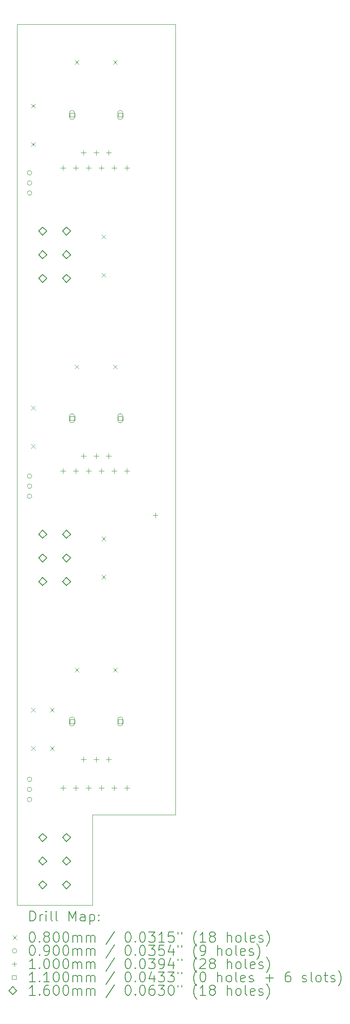
<source format=gbr>
%TF.GenerationSoftware,KiCad,Pcbnew,9.0.0*%
%TF.CreationDate,2025-04-19T14:08:37+02:00*%
%TF.ProjectId,DMH_Tripple_VCA_PCB_2,444d485f-5472-4697-9070-6c655f564341,1*%
%TF.SameCoordinates,Original*%
%TF.FileFunction,Drillmap*%
%TF.FilePolarity,Positive*%
%FSLAX45Y45*%
G04 Gerber Fmt 4.5, Leading zero omitted, Abs format (unit mm)*
G04 Created by KiCad (PCBNEW 9.0.0) date 2025-04-19 14:08:37*
%MOMM*%
%LPD*%
G01*
G04 APERTURE LIST*
%ADD10C,0.050000*%
%ADD11C,0.200000*%
%ADD12C,0.100000*%
%ADD13C,0.110000*%
%ADD14C,0.160000*%
G04 APERTURE END LIST*
D10*
X6750000Y-4250000D02*
X6750000Y-21750000D01*
X9900000Y-19950000D02*
X8250000Y-19950000D01*
X8250000Y-21750000D02*
X8250000Y-19950000D01*
X6750000Y-21750000D02*
X8250000Y-21750000D01*
X9900000Y-4250000D02*
X9900000Y-19950000D01*
X6750000Y-4250000D02*
X9900000Y-4250000D01*
D11*
D12*
X7035000Y-5829000D02*
X7115000Y-5909000D01*
X7115000Y-5829000D02*
X7035000Y-5909000D01*
X7035000Y-6591000D02*
X7115000Y-6671000D01*
X7115000Y-6591000D02*
X7035000Y-6671000D01*
X7035000Y-11829000D02*
X7115000Y-11909000D01*
X7115000Y-11829000D02*
X7035000Y-11909000D01*
X7035000Y-12591000D02*
X7115000Y-12671000D01*
X7115000Y-12591000D02*
X7035000Y-12671000D01*
X7035000Y-17829000D02*
X7115000Y-17909000D01*
X7115000Y-17829000D02*
X7035000Y-17909000D01*
X7035000Y-18591000D02*
X7115000Y-18671000D01*
X7115000Y-18591000D02*
X7035000Y-18671000D01*
X7410000Y-17829000D02*
X7490000Y-17909000D01*
X7490000Y-17829000D02*
X7410000Y-17909000D01*
X7410000Y-18591000D02*
X7490000Y-18671000D01*
X7490000Y-18591000D02*
X7410000Y-18671000D01*
X7904000Y-4960000D02*
X7984000Y-5040000D01*
X7984000Y-4960000D02*
X7904000Y-5040000D01*
X7904000Y-11010000D02*
X7984000Y-11090000D01*
X7984000Y-11010000D02*
X7904000Y-11090000D01*
X7904000Y-17035000D02*
X7984000Y-17115000D01*
X7984000Y-17035000D02*
X7904000Y-17115000D01*
X8435000Y-8429000D02*
X8515000Y-8509000D01*
X8515000Y-8429000D02*
X8435000Y-8509000D01*
X8435000Y-9191000D02*
X8515000Y-9271000D01*
X8515000Y-9191000D02*
X8435000Y-9271000D01*
X8435000Y-14429000D02*
X8515000Y-14509000D01*
X8515000Y-14429000D02*
X8435000Y-14509000D01*
X8435000Y-15191000D02*
X8515000Y-15271000D01*
X8515000Y-15191000D02*
X8435000Y-15271000D01*
X8666000Y-4960000D02*
X8746000Y-5040000D01*
X8746000Y-4960000D02*
X8666000Y-5040000D01*
X8666000Y-11010000D02*
X8746000Y-11090000D01*
X8746000Y-11010000D02*
X8666000Y-11090000D01*
X8666000Y-17035000D02*
X8746000Y-17115000D01*
X8746000Y-17035000D02*
X8666000Y-17115000D01*
X7045000Y-7200000D02*
G75*
G02*
X6955000Y-7200000I-45000J0D01*
G01*
X6955000Y-7200000D02*
G75*
G02*
X7045000Y-7200000I45000J0D01*
G01*
X7045000Y-7400000D02*
G75*
G02*
X6955000Y-7400000I-45000J0D01*
G01*
X6955000Y-7400000D02*
G75*
G02*
X7045000Y-7400000I45000J0D01*
G01*
X7045000Y-7600000D02*
G75*
G02*
X6955000Y-7600000I-45000J0D01*
G01*
X6955000Y-7600000D02*
G75*
G02*
X7045000Y-7600000I45000J0D01*
G01*
X7045000Y-13225000D02*
G75*
G02*
X6955000Y-13225000I-45000J0D01*
G01*
X6955000Y-13225000D02*
G75*
G02*
X7045000Y-13225000I45000J0D01*
G01*
X7045000Y-13425000D02*
G75*
G02*
X6955000Y-13425000I-45000J0D01*
G01*
X6955000Y-13425000D02*
G75*
G02*
X7045000Y-13425000I45000J0D01*
G01*
X7045000Y-13625000D02*
G75*
G02*
X6955000Y-13625000I-45000J0D01*
G01*
X6955000Y-13625000D02*
G75*
G02*
X7045000Y-13625000I45000J0D01*
G01*
X7045000Y-19250000D02*
G75*
G02*
X6955000Y-19250000I-45000J0D01*
G01*
X6955000Y-19250000D02*
G75*
G02*
X7045000Y-19250000I45000J0D01*
G01*
X7045000Y-19450000D02*
G75*
G02*
X6955000Y-19450000I-45000J0D01*
G01*
X6955000Y-19450000D02*
G75*
G02*
X7045000Y-19450000I45000J0D01*
G01*
X7045000Y-19650000D02*
G75*
G02*
X6955000Y-19650000I-45000J0D01*
G01*
X6955000Y-19650000D02*
G75*
G02*
X7045000Y-19650000I45000J0D01*
G01*
X7667500Y-7047500D02*
X7667500Y-7147500D01*
X7617500Y-7097500D02*
X7717500Y-7097500D01*
X7667500Y-13072500D02*
X7667500Y-13172500D01*
X7617500Y-13122500D02*
X7717500Y-13122500D01*
X7667500Y-19372500D02*
X7667500Y-19472500D01*
X7617500Y-19422500D02*
X7717500Y-19422500D01*
X7921500Y-7047500D02*
X7921500Y-7147500D01*
X7871500Y-7097500D02*
X7971500Y-7097500D01*
X7921500Y-13072500D02*
X7921500Y-13172500D01*
X7871500Y-13122500D02*
X7971500Y-13122500D01*
X7921500Y-19372500D02*
X7921500Y-19472500D01*
X7871500Y-19422500D02*
X7971500Y-19422500D01*
X8075000Y-6750000D02*
X8075000Y-6850000D01*
X8025000Y-6800000D02*
X8125000Y-6800000D01*
X8075000Y-12775000D02*
X8075000Y-12875000D01*
X8025000Y-12825000D02*
X8125000Y-12825000D01*
X8075000Y-18800000D02*
X8075000Y-18900000D01*
X8025000Y-18850000D02*
X8125000Y-18850000D01*
X8175500Y-7047500D02*
X8175500Y-7147500D01*
X8125500Y-7097500D02*
X8225500Y-7097500D01*
X8175500Y-13072500D02*
X8175500Y-13172500D01*
X8125500Y-13122500D02*
X8225500Y-13122500D01*
X8175500Y-19372500D02*
X8175500Y-19472500D01*
X8125500Y-19422500D02*
X8225500Y-19422500D01*
X8325000Y-6750000D02*
X8325000Y-6850000D01*
X8275000Y-6800000D02*
X8375000Y-6800000D01*
X8325000Y-12775000D02*
X8325000Y-12875000D01*
X8275000Y-12825000D02*
X8375000Y-12825000D01*
X8325000Y-18800000D02*
X8325000Y-18900000D01*
X8275000Y-18850000D02*
X8375000Y-18850000D01*
X8429500Y-7047500D02*
X8429500Y-7147500D01*
X8379500Y-7097500D02*
X8479500Y-7097500D01*
X8429500Y-13072500D02*
X8429500Y-13172500D01*
X8379500Y-13122500D02*
X8479500Y-13122500D01*
X8429500Y-19372500D02*
X8429500Y-19472500D01*
X8379500Y-19422500D02*
X8479500Y-19422500D01*
X8575000Y-6750000D02*
X8575000Y-6850000D01*
X8525000Y-6800000D02*
X8625000Y-6800000D01*
X8575000Y-12775000D02*
X8575000Y-12875000D01*
X8525000Y-12825000D02*
X8625000Y-12825000D01*
X8575000Y-18800000D02*
X8575000Y-18900000D01*
X8525000Y-18850000D02*
X8625000Y-18850000D01*
X8683500Y-7047500D02*
X8683500Y-7147500D01*
X8633500Y-7097500D02*
X8733500Y-7097500D01*
X8683500Y-13072500D02*
X8683500Y-13172500D01*
X8633500Y-13122500D02*
X8733500Y-13122500D01*
X8683500Y-19372500D02*
X8683500Y-19472500D01*
X8633500Y-19422500D02*
X8733500Y-19422500D01*
X8937500Y-7047500D02*
X8937500Y-7147500D01*
X8887500Y-7097500D02*
X8987500Y-7097500D01*
X8937500Y-13072500D02*
X8937500Y-13172500D01*
X8887500Y-13122500D02*
X8987500Y-13122500D01*
X8937500Y-19372500D02*
X8937500Y-19472500D01*
X8887500Y-19422500D02*
X8987500Y-19422500D01*
X9500000Y-13950000D02*
X9500000Y-14050000D01*
X9450000Y-14000000D02*
X9550000Y-14000000D01*
D13*
X7883891Y-6088891D02*
X7883891Y-6011109D01*
X7806109Y-6011109D01*
X7806109Y-6088891D01*
X7883891Y-6088891D01*
D12*
X7900000Y-6085000D02*
X7900000Y-6015000D01*
X7790000Y-6015000D02*
G75*
G02*
X7900000Y-6015000I55000J0D01*
G01*
X7790000Y-6015000D02*
X7790000Y-6085000D01*
X7790000Y-6085000D02*
G75*
G03*
X7900000Y-6085000I55000J0D01*
G01*
D13*
X7883891Y-12113891D02*
X7883891Y-12036109D01*
X7806109Y-12036109D01*
X7806109Y-12113891D01*
X7883891Y-12113891D01*
D12*
X7900000Y-12110000D02*
X7900000Y-12040000D01*
X7790000Y-12040000D02*
G75*
G02*
X7900000Y-12040000I55000J0D01*
G01*
X7790000Y-12040000D02*
X7790000Y-12110000D01*
X7790000Y-12110000D02*
G75*
G03*
X7900000Y-12110000I55000J0D01*
G01*
D13*
X7883891Y-18138891D02*
X7883891Y-18061109D01*
X7806109Y-18061109D01*
X7806109Y-18138891D01*
X7883891Y-18138891D01*
D12*
X7900000Y-18135000D02*
X7900000Y-18065000D01*
X7790000Y-18065000D02*
G75*
G02*
X7900000Y-18065000I55000J0D01*
G01*
X7790000Y-18065000D02*
X7790000Y-18135000D01*
X7790000Y-18135000D02*
G75*
G03*
X7900000Y-18135000I55000J0D01*
G01*
D13*
X8843891Y-6088891D02*
X8843891Y-6011109D01*
X8766109Y-6011109D01*
X8766109Y-6088891D01*
X8843891Y-6088891D01*
D12*
X8860000Y-6085000D02*
X8860000Y-6015000D01*
X8750000Y-6015000D02*
G75*
G02*
X8860000Y-6015000I55000J0D01*
G01*
X8750000Y-6015000D02*
X8750000Y-6085000D01*
X8750000Y-6085000D02*
G75*
G03*
X8860000Y-6085000I55000J0D01*
G01*
D13*
X8843891Y-12113891D02*
X8843891Y-12036109D01*
X8766109Y-12036109D01*
X8766109Y-12113891D01*
X8843891Y-12113891D01*
D12*
X8860000Y-12110000D02*
X8860000Y-12040000D01*
X8750000Y-12040000D02*
G75*
G02*
X8860000Y-12040000I55000J0D01*
G01*
X8750000Y-12040000D02*
X8750000Y-12110000D01*
X8750000Y-12110000D02*
G75*
G03*
X8860000Y-12110000I55000J0D01*
G01*
D13*
X8843891Y-18138891D02*
X8843891Y-18061109D01*
X8766109Y-18061109D01*
X8766109Y-18138891D01*
X8843891Y-18138891D01*
D12*
X8860000Y-18135000D02*
X8860000Y-18065000D01*
X8750000Y-18065000D02*
G75*
G02*
X8860000Y-18065000I55000J0D01*
G01*
X8750000Y-18065000D02*
X8750000Y-18135000D01*
X8750000Y-18135000D02*
G75*
G03*
X8860000Y-18135000I55000J0D01*
G01*
D14*
X7262500Y-8435000D02*
X7342500Y-8355000D01*
X7262500Y-8275000D01*
X7182500Y-8355000D01*
X7262500Y-8435000D01*
X7262500Y-8905000D02*
X7342500Y-8825000D01*
X7262500Y-8745000D01*
X7182500Y-8825000D01*
X7262500Y-8905000D01*
X7262500Y-9375000D02*
X7342500Y-9295000D01*
X7262500Y-9215000D01*
X7182500Y-9295000D01*
X7262500Y-9375000D01*
X7262500Y-14460000D02*
X7342500Y-14380000D01*
X7262500Y-14300000D01*
X7182500Y-14380000D01*
X7262500Y-14460000D01*
X7262500Y-14930000D02*
X7342500Y-14850000D01*
X7262500Y-14770000D01*
X7182500Y-14850000D01*
X7262500Y-14930000D01*
X7262500Y-15400000D02*
X7342500Y-15320000D01*
X7262500Y-15240000D01*
X7182500Y-15320000D01*
X7262500Y-15400000D01*
X7262500Y-20485000D02*
X7342500Y-20405000D01*
X7262500Y-20325000D01*
X7182500Y-20405000D01*
X7262500Y-20485000D01*
X7262500Y-20955000D02*
X7342500Y-20875000D01*
X7262500Y-20795000D01*
X7182500Y-20875000D01*
X7262500Y-20955000D01*
X7262500Y-21425000D02*
X7342500Y-21345000D01*
X7262500Y-21265000D01*
X7182500Y-21345000D01*
X7262500Y-21425000D01*
X7737500Y-8435000D02*
X7817500Y-8355000D01*
X7737500Y-8275000D01*
X7657500Y-8355000D01*
X7737500Y-8435000D01*
X7737500Y-8905000D02*
X7817500Y-8825000D01*
X7737500Y-8745000D01*
X7657500Y-8825000D01*
X7737500Y-8905000D01*
X7737500Y-9375000D02*
X7817500Y-9295000D01*
X7737500Y-9215000D01*
X7657500Y-9295000D01*
X7737500Y-9375000D01*
X7737500Y-14460000D02*
X7817500Y-14380000D01*
X7737500Y-14300000D01*
X7657500Y-14380000D01*
X7737500Y-14460000D01*
X7737500Y-14930000D02*
X7817500Y-14850000D01*
X7737500Y-14770000D01*
X7657500Y-14850000D01*
X7737500Y-14930000D01*
X7737500Y-15400000D02*
X7817500Y-15320000D01*
X7737500Y-15240000D01*
X7657500Y-15320000D01*
X7737500Y-15400000D01*
X7737500Y-20485000D02*
X7817500Y-20405000D01*
X7737500Y-20325000D01*
X7657500Y-20405000D01*
X7737500Y-20485000D01*
X7737500Y-20955000D02*
X7817500Y-20875000D01*
X7737500Y-20795000D01*
X7657500Y-20875000D01*
X7737500Y-20955000D01*
X7737500Y-21425000D02*
X7817500Y-21345000D01*
X7737500Y-21265000D01*
X7657500Y-21345000D01*
X7737500Y-21425000D01*
D11*
X7008277Y-22063984D02*
X7008277Y-21863984D01*
X7008277Y-21863984D02*
X7055896Y-21863984D01*
X7055896Y-21863984D02*
X7084467Y-21873508D01*
X7084467Y-21873508D02*
X7103515Y-21892555D01*
X7103515Y-21892555D02*
X7113039Y-21911603D01*
X7113039Y-21911603D02*
X7122562Y-21949698D01*
X7122562Y-21949698D02*
X7122562Y-21978270D01*
X7122562Y-21978270D02*
X7113039Y-22016365D01*
X7113039Y-22016365D02*
X7103515Y-22035412D01*
X7103515Y-22035412D02*
X7084467Y-22054460D01*
X7084467Y-22054460D02*
X7055896Y-22063984D01*
X7055896Y-22063984D02*
X7008277Y-22063984D01*
X7208277Y-22063984D02*
X7208277Y-21930650D01*
X7208277Y-21968746D02*
X7217801Y-21949698D01*
X7217801Y-21949698D02*
X7227324Y-21940174D01*
X7227324Y-21940174D02*
X7246372Y-21930650D01*
X7246372Y-21930650D02*
X7265420Y-21930650D01*
X7332086Y-22063984D02*
X7332086Y-21930650D01*
X7332086Y-21863984D02*
X7322562Y-21873508D01*
X7322562Y-21873508D02*
X7332086Y-21883031D01*
X7332086Y-21883031D02*
X7341610Y-21873508D01*
X7341610Y-21873508D02*
X7332086Y-21863984D01*
X7332086Y-21863984D02*
X7332086Y-21883031D01*
X7455896Y-22063984D02*
X7436848Y-22054460D01*
X7436848Y-22054460D02*
X7427324Y-22035412D01*
X7427324Y-22035412D02*
X7427324Y-21863984D01*
X7560658Y-22063984D02*
X7541610Y-22054460D01*
X7541610Y-22054460D02*
X7532086Y-22035412D01*
X7532086Y-22035412D02*
X7532086Y-21863984D01*
X7789229Y-22063984D02*
X7789229Y-21863984D01*
X7789229Y-21863984D02*
X7855896Y-22006841D01*
X7855896Y-22006841D02*
X7922562Y-21863984D01*
X7922562Y-21863984D02*
X7922562Y-22063984D01*
X8103515Y-22063984D02*
X8103515Y-21959222D01*
X8103515Y-21959222D02*
X8093991Y-21940174D01*
X8093991Y-21940174D02*
X8074943Y-21930650D01*
X8074943Y-21930650D02*
X8036848Y-21930650D01*
X8036848Y-21930650D02*
X8017801Y-21940174D01*
X8103515Y-22054460D02*
X8084467Y-22063984D01*
X8084467Y-22063984D02*
X8036848Y-22063984D01*
X8036848Y-22063984D02*
X8017801Y-22054460D01*
X8017801Y-22054460D02*
X8008277Y-22035412D01*
X8008277Y-22035412D02*
X8008277Y-22016365D01*
X8008277Y-22016365D02*
X8017801Y-21997317D01*
X8017801Y-21997317D02*
X8036848Y-21987793D01*
X8036848Y-21987793D02*
X8084467Y-21987793D01*
X8084467Y-21987793D02*
X8103515Y-21978270D01*
X8198753Y-21930650D02*
X8198753Y-22130650D01*
X8198753Y-21940174D02*
X8217801Y-21930650D01*
X8217801Y-21930650D02*
X8255896Y-21930650D01*
X8255896Y-21930650D02*
X8274943Y-21940174D01*
X8274943Y-21940174D02*
X8284467Y-21949698D01*
X8284467Y-21949698D02*
X8293991Y-21968746D01*
X8293991Y-21968746D02*
X8293991Y-22025889D01*
X8293991Y-22025889D02*
X8284467Y-22044936D01*
X8284467Y-22044936D02*
X8274943Y-22054460D01*
X8274943Y-22054460D02*
X8255896Y-22063984D01*
X8255896Y-22063984D02*
X8217801Y-22063984D01*
X8217801Y-22063984D02*
X8198753Y-22054460D01*
X8379705Y-22044936D02*
X8389229Y-22054460D01*
X8389229Y-22054460D02*
X8379705Y-22063984D01*
X8379705Y-22063984D02*
X8370182Y-22054460D01*
X8370182Y-22054460D02*
X8379705Y-22044936D01*
X8379705Y-22044936D02*
X8379705Y-22063984D01*
X8379705Y-21940174D02*
X8389229Y-21949698D01*
X8389229Y-21949698D02*
X8379705Y-21959222D01*
X8379705Y-21959222D02*
X8370182Y-21949698D01*
X8370182Y-21949698D02*
X8379705Y-21940174D01*
X8379705Y-21940174D02*
X8379705Y-21959222D01*
D12*
X6667500Y-22352500D02*
X6747500Y-22432500D01*
X6747500Y-22352500D02*
X6667500Y-22432500D01*
D11*
X7046372Y-22283984D02*
X7065420Y-22283984D01*
X7065420Y-22283984D02*
X7084467Y-22293508D01*
X7084467Y-22293508D02*
X7093991Y-22303031D01*
X7093991Y-22303031D02*
X7103515Y-22322079D01*
X7103515Y-22322079D02*
X7113039Y-22360174D01*
X7113039Y-22360174D02*
X7113039Y-22407793D01*
X7113039Y-22407793D02*
X7103515Y-22445888D01*
X7103515Y-22445888D02*
X7093991Y-22464936D01*
X7093991Y-22464936D02*
X7084467Y-22474460D01*
X7084467Y-22474460D02*
X7065420Y-22483984D01*
X7065420Y-22483984D02*
X7046372Y-22483984D01*
X7046372Y-22483984D02*
X7027324Y-22474460D01*
X7027324Y-22474460D02*
X7017801Y-22464936D01*
X7017801Y-22464936D02*
X7008277Y-22445888D01*
X7008277Y-22445888D02*
X6998753Y-22407793D01*
X6998753Y-22407793D02*
X6998753Y-22360174D01*
X6998753Y-22360174D02*
X7008277Y-22322079D01*
X7008277Y-22322079D02*
X7017801Y-22303031D01*
X7017801Y-22303031D02*
X7027324Y-22293508D01*
X7027324Y-22293508D02*
X7046372Y-22283984D01*
X7198753Y-22464936D02*
X7208277Y-22474460D01*
X7208277Y-22474460D02*
X7198753Y-22483984D01*
X7198753Y-22483984D02*
X7189229Y-22474460D01*
X7189229Y-22474460D02*
X7198753Y-22464936D01*
X7198753Y-22464936D02*
X7198753Y-22483984D01*
X7322562Y-22369698D02*
X7303515Y-22360174D01*
X7303515Y-22360174D02*
X7293991Y-22350650D01*
X7293991Y-22350650D02*
X7284467Y-22331603D01*
X7284467Y-22331603D02*
X7284467Y-22322079D01*
X7284467Y-22322079D02*
X7293991Y-22303031D01*
X7293991Y-22303031D02*
X7303515Y-22293508D01*
X7303515Y-22293508D02*
X7322562Y-22283984D01*
X7322562Y-22283984D02*
X7360658Y-22283984D01*
X7360658Y-22283984D02*
X7379705Y-22293508D01*
X7379705Y-22293508D02*
X7389229Y-22303031D01*
X7389229Y-22303031D02*
X7398753Y-22322079D01*
X7398753Y-22322079D02*
X7398753Y-22331603D01*
X7398753Y-22331603D02*
X7389229Y-22350650D01*
X7389229Y-22350650D02*
X7379705Y-22360174D01*
X7379705Y-22360174D02*
X7360658Y-22369698D01*
X7360658Y-22369698D02*
X7322562Y-22369698D01*
X7322562Y-22369698D02*
X7303515Y-22379222D01*
X7303515Y-22379222D02*
X7293991Y-22388746D01*
X7293991Y-22388746D02*
X7284467Y-22407793D01*
X7284467Y-22407793D02*
X7284467Y-22445888D01*
X7284467Y-22445888D02*
X7293991Y-22464936D01*
X7293991Y-22464936D02*
X7303515Y-22474460D01*
X7303515Y-22474460D02*
X7322562Y-22483984D01*
X7322562Y-22483984D02*
X7360658Y-22483984D01*
X7360658Y-22483984D02*
X7379705Y-22474460D01*
X7379705Y-22474460D02*
X7389229Y-22464936D01*
X7389229Y-22464936D02*
X7398753Y-22445888D01*
X7398753Y-22445888D02*
X7398753Y-22407793D01*
X7398753Y-22407793D02*
X7389229Y-22388746D01*
X7389229Y-22388746D02*
X7379705Y-22379222D01*
X7379705Y-22379222D02*
X7360658Y-22369698D01*
X7522562Y-22283984D02*
X7541610Y-22283984D01*
X7541610Y-22283984D02*
X7560658Y-22293508D01*
X7560658Y-22293508D02*
X7570182Y-22303031D01*
X7570182Y-22303031D02*
X7579705Y-22322079D01*
X7579705Y-22322079D02*
X7589229Y-22360174D01*
X7589229Y-22360174D02*
X7589229Y-22407793D01*
X7589229Y-22407793D02*
X7579705Y-22445888D01*
X7579705Y-22445888D02*
X7570182Y-22464936D01*
X7570182Y-22464936D02*
X7560658Y-22474460D01*
X7560658Y-22474460D02*
X7541610Y-22483984D01*
X7541610Y-22483984D02*
X7522562Y-22483984D01*
X7522562Y-22483984D02*
X7503515Y-22474460D01*
X7503515Y-22474460D02*
X7493991Y-22464936D01*
X7493991Y-22464936D02*
X7484467Y-22445888D01*
X7484467Y-22445888D02*
X7474943Y-22407793D01*
X7474943Y-22407793D02*
X7474943Y-22360174D01*
X7474943Y-22360174D02*
X7484467Y-22322079D01*
X7484467Y-22322079D02*
X7493991Y-22303031D01*
X7493991Y-22303031D02*
X7503515Y-22293508D01*
X7503515Y-22293508D02*
X7522562Y-22283984D01*
X7713039Y-22283984D02*
X7732086Y-22283984D01*
X7732086Y-22283984D02*
X7751134Y-22293508D01*
X7751134Y-22293508D02*
X7760658Y-22303031D01*
X7760658Y-22303031D02*
X7770182Y-22322079D01*
X7770182Y-22322079D02*
X7779705Y-22360174D01*
X7779705Y-22360174D02*
X7779705Y-22407793D01*
X7779705Y-22407793D02*
X7770182Y-22445888D01*
X7770182Y-22445888D02*
X7760658Y-22464936D01*
X7760658Y-22464936D02*
X7751134Y-22474460D01*
X7751134Y-22474460D02*
X7732086Y-22483984D01*
X7732086Y-22483984D02*
X7713039Y-22483984D01*
X7713039Y-22483984D02*
X7693991Y-22474460D01*
X7693991Y-22474460D02*
X7684467Y-22464936D01*
X7684467Y-22464936D02*
X7674943Y-22445888D01*
X7674943Y-22445888D02*
X7665420Y-22407793D01*
X7665420Y-22407793D02*
X7665420Y-22360174D01*
X7665420Y-22360174D02*
X7674943Y-22322079D01*
X7674943Y-22322079D02*
X7684467Y-22303031D01*
X7684467Y-22303031D02*
X7693991Y-22293508D01*
X7693991Y-22293508D02*
X7713039Y-22283984D01*
X7865420Y-22483984D02*
X7865420Y-22350650D01*
X7865420Y-22369698D02*
X7874943Y-22360174D01*
X7874943Y-22360174D02*
X7893991Y-22350650D01*
X7893991Y-22350650D02*
X7922563Y-22350650D01*
X7922563Y-22350650D02*
X7941610Y-22360174D01*
X7941610Y-22360174D02*
X7951134Y-22379222D01*
X7951134Y-22379222D02*
X7951134Y-22483984D01*
X7951134Y-22379222D02*
X7960658Y-22360174D01*
X7960658Y-22360174D02*
X7979705Y-22350650D01*
X7979705Y-22350650D02*
X8008277Y-22350650D01*
X8008277Y-22350650D02*
X8027324Y-22360174D01*
X8027324Y-22360174D02*
X8036848Y-22379222D01*
X8036848Y-22379222D02*
X8036848Y-22483984D01*
X8132086Y-22483984D02*
X8132086Y-22350650D01*
X8132086Y-22369698D02*
X8141610Y-22360174D01*
X8141610Y-22360174D02*
X8160658Y-22350650D01*
X8160658Y-22350650D02*
X8189229Y-22350650D01*
X8189229Y-22350650D02*
X8208277Y-22360174D01*
X8208277Y-22360174D02*
X8217801Y-22379222D01*
X8217801Y-22379222D02*
X8217801Y-22483984D01*
X8217801Y-22379222D02*
X8227324Y-22360174D01*
X8227324Y-22360174D02*
X8246372Y-22350650D01*
X8246372Y-22350650D02*
X8274943Y-22350650D01*
X8274943Y-22350650D02*
X8293991Y-22360174D01*
X8293991Y-22360174D02*
X8303515Y-22379222D01*
X8303515Y-22379222D02*
X8303515Y-22483984D01*
X8693991Y-22274460D02*
X8522563Y-22531603D01*
X8951134Y-22283984D02*
X8970182Y-22283984D01*
X8970182Y-22283984D02*
X8989229Y-22293508D01*
X8989229Y-22293508D02*
X8998753Y-22303031D01*
X8998753Y-22303031D02*
X9008277Y-22322079D01*
X9008277Y-22322079D02*
X9017801Y-22360174D01*
X9017801Y-22360174D02*
X9017801Y-22407793D01*
X9017801Y-22407793D02*
X9008277Y-22445888D01*
X9008277Y-22445888D02*
X8998753Y-22464936D01*
X8998753Y-22464936D02*
X8989229Y-22474460D01*
X8989229Y-22474460D02*
X8970182Y-22483984D01*
X8970182Y-22483984D02*
X8951134Y-22483984D01*
X8951134Y-22483984D02*
X8932087Y-22474460D01*
X8932087Y-22474460D02*
X8922563Y-22464936D01*
X8922563Y-22464936D02*
X8913039Y-22445888D01*
X8913039Y-22445888D02*
X8903515Y-22407793D01*
X8903515Y-22407793D02*
X8903515Y-22360174D01*
X8903515Y-22360174D02*
X8913039Y-22322079D01*
X8913039Y-22322079D02*
X8922563Y-22303031D01*
X8922563Y-22303031D02*
X8932087Y-22293508D01*
X8932087Y-22293508D02*
X8951134Y-22283984D01*
X9103515Y-22464936D02*
X9113039Y-22474460D01*
X9113039Y-22474460D02*
X9103515Y-22483984D01*
X9103515Y-22483984D02*
X9093991Y-22474460D01*
X9093991Y-22474460D02*
X9103515Y-22464936D01*
X9103515Y-22464936D02*
X9103515Y-22483984D01*
X9236848Y-22283984D02*
X9255896Y-22283984D01*
X9255896Y-22283984D02*
X9274944Y-22293508D01*
X9274944Y-22293508D02*
X9284468Y-22303031D01*
X9284468Y-22303031D02*
X9293991Y-22322079D01*
X9293991Y-22322079D02*
X9303515Y-22360174D01*
X9303515Y-22360174D02*
X9303515Y-22407793D01*
X9303515Y-22407793D02*
X9293991Y-22445888D01*
X9293991Y-22445888D02*
X9284468Y-22464936D01*
X9284468Y-22464936D02*
X9274944Y-22474460D01*
X9274944Y-22474460D02*
X9255896Y-22483984D01*
X9255896Y-22483984D02*
X9236848Y-22483984D01*
X9236848Y-22483984D02*
X9217801Y-22474460D01*
X9217801Y-22474460D02*
X9208277Y-22464936D01*
X9208277Y-22464936D02*
X9198753Y-22445888D01*
X9198753Y-22445888D02*
X9189229Y-22407793D01*
X9189229Y-22407793D02*
X9189229Y-22360174D01*
X9189229Y-22360174D02*
X9198753Y-22322079D01*
X9198753Y-22322079D02*
X9208277Y-22303031D01*
X9208277Y-22303031D02*
X9217801Y-22293508D01*
X9217801Y-22293508D02*
X9236848Y-22283984D01*
X9370182Y-22283984D02*
X9493991Y-22283984D01*
X9493991Y-22283984D02*
X9427325Y-22360174D01*
X9427325Y-22360174D02*
X9455896Y-22360174D01*
X9455896Y-22360174D02*
X9474944Y-22369698D01*
X9474944Y-22369698D02*
X9484468Y-22379222D01*
X9484468Y-22379222D02*
X9493991Y-22398269D01*
X9493991Y-22398269D02*
X9493991Y-22445888D01*
X9493991Y-22445888D02*
X9484468Y-22464936D01*
X9484468Y-22464936D02*
X9474944Y-22474460D01*
X9474944Y-22474460D02*
X9455896Y-22483984D01*
X9455896Y-22483984D02*
X9398753Y-22483984D01*
X9398753Y-22483984D02*
X9379706Y-22474460D01*
X9379706Y-22474460D02*
X9370182Y-22464936D01*
X9684468Y-22483984D02*
X9570182Y-22483984D01*
X9627325Y-22483984D02*
X9627325Y-22283984D01*
X9627325Y-22283984D02*
X9608277Y-22312555D01*
X9608277Y-22312555D02*
X9589229Y-22331603D01*
X9589229Y-22331603D02*
X9570182Y-22341127D01*
X9865420Y-22283984D02*
X9770182Y-22283984D01*
X9770182Y-22283984D02*
X9760658Y-22379222D01*
X9760658Y-22379222D02*
X9770182Y-22369698D01*
X9770182Y-22369698D02*
X9789229Y-22360174D01*
X9789229Y-22360174D02*
X9836849Y-22360174D01*
X9836849Y-22360174D02*
X9855896Y-22369698D01*
X9855896Y-22369698D02*
X9865420Y-22379222D01*
X9865420Y-22379222D02*
X9874944Y-22398269D01*
X9874944Y-22398269D02*
X9874944Y-22445888D01*
X9874944Y-22445888D02*
X9865420Y-22464936D01*
X9865420Y-22464936D02*
X9855896Y-22474460D01*
X9855896Y-22474460D02*
X9836849Y-22483984D01*
X9836849Y-22483984D02*
X9789229Y-22483984D01*
X9789229Y-22483984D02*
X9770182Y-22474460D01*
X9770182Y-22474460D02*
X9760658Y-22464936D01*
X9951134Y-22283984D02*
X9951134Y-22322079D01*
X10027325Y-22283984D02*
X10027325Y-22322079D01*
X10322563Y-22560174D02*
X10313039Y-22550650D01*
X10313039Y-22550650D02*
X10293991Y-22522079D01*
X10293991Y-22522079D02*
X10284468Y-22503031D01*
X10284468Y-22503031D02*
X10274944Y-22474460D01*
X10274944Y-22474460D02*
X10265420Y-22426841D01*
X10265420Y-22426841D02*
X10265420Y-22388746D01*
X10265420Y-22388746D02*
X10274944Y-22341127D01*
X10274944Y-22341127D02*
X10284468Y-22312555D01*
X10284468Y-22312555D02*
X10293991Y-22293508D01*
X10293991Y-22293508D02*
X10313039Y-22264936D01*
X10313039Y-22264936D02*
X10322563Y-22255412D01*
X10503515Y-22483984D02*
X10389230Y-22483984D01*
X10446372Y-22483984D02*
X10446372Y-22283984D01*
X10446372Y-22283984D02*
X10427325Y-22312555D01*
X10427325Y-22312555D02*
X10408277Y-22331603D01*
X10408277Y-22331603D02*
X10389230Y-22341127D01*
X10617801Y-22369698D02*
X10598753Y-22360174D01*
X10598753Y-22360174D02*
X10589230Y-22350650D01*
X10589230Y-22350650D02*
X10579706Y-22331603D01*
X10579706Y-22331603D02*
X10579706Y-22322079D01*
X10579706Y-22322079D02*
X10589230Y-22303031D01*
X10589230Y-22303031D02*
X10598753Y-22293508D01*
X10598753Y-22293508D02*
X10617801Y-22283984D01*
X10617801Y-22283984D02*
X10655896Y-22283984D01*
X10655896Y-22283984D02*
X10674944Y-22293508D01*
X10674944Y-22293508D02*
X10684468Y-22303031D01*
X10684468Y-22303031D02*
X10693991Y-22322079D01*
X10693991Y-22322079D02*
X10693991Y-22331603D01*
X10693991Y-22331603D02*
X10684468Y-22350650D01*
X10684468Y-22350650D02*
X10674944Y-22360174D01*
X10674944Y-22360174D02*
X10655896Y-22369698D01*
X10655896Y-22369698D02*
X10617801Y-22369698D01*
X10617801Y-22369698D02*
X10598753Y-22379222D01*
X10598753Y-22379222D02*
X10589230Y-22388746D01*
X10589230Y-22388746D02*
X10579706Y-22407793D01*
X10579706Y-22407793D02*
X10579706Y-22445888D01*
X10579706Y-22445888D02*
X10589230Y-22464936D01*
X10589230Y-22464936D02*
X10598753Y-22474460D01*
X10598753Y-22474460D02*
X10617801Y-22483984D01*
X10617801Y-22483984D02*
X10655896Y-22483984D01*
X10655896Y-22483984D02*
X10674944Y-22474460D01*
X10674944Y-22474460D02*
X10684468Y-22464936D01*
X10684468Y-22464936D02*
X10693991Y-22445888D01*
X10693991Y-22445888D02*
X10693991Y-22407793D01*
X10693991Y-22407793D02*
X10684468Y-22388746D01*
X10684468Y-22388746D02*
X10674944Y-22379222D01*
X10674944Y-22379222D02*
X10655896Y-22369698D01*
X10932087Y-22483984D02*
X10932087Y-22283984D01*
X11017801Y-22483984D02*
X11017801Y-22379222D01*
X11017801Y-22379222D02*
X11008277Y-22360174D01*
X11008277Y-22360174D02*
X10989230Y-22350650D01*
X10989230Y-22350650D02*
X10960658Y-22350650D01*
X10960658Y-22350650D02*
X10941611Y-22360174D01*
X10941611Y-22360174D02*
X10932087Y-22369698D01*
X11141611Y-22483984D02*
X11122563Y-22474460D01*
X11122563Y-22474460D02*
X11113039Y-22464936D01*
X11113039Y-22464936D02*
X11103515Y-22445888D01*
X11103515Y-22445888D02*
X11103515Y-22388746D01*
X11103515Y-22388746D02*
X11113039Y-22369698D01*
X11113039Y-22369698D02*
X11122563Y-22360174D01*
X11122563Y-22360174D02*
X11141611Y-22350650D01*
X11141611Y-22350650D02*
X11170182Y-22350650D01*
X11170182Y-22350650D02*
X11189230Y-22360174D01*
X11189230Y-22360174D02*
X11198753Y-22369698D01*
X11198753Y-22369698D02*
X11208277Y-22388746D01*
X11208277Y-22388746D02*
X11208277Y-22445888D01*
X11208277Y-22445888D02*
X11198753Y-22464936D01*
X11198753Y-22464936D02*
X11189230Y-22474460D01*
X11189230Y-22474460D02*
X11170182Y-22483984D01*
X11170182Y-22483984D02*
X11141611Y-22483984D01*
X11322563Y-22483984D02*
X11303515Y-22474460D01*
X11303515Y-22474460D02*
X11293991Y-22455412D01*
X11293991Y-22455412D02*
X11293991Y-22283984D01*
X11474944Y-22474460D02*
X11455896Y-22483984D01*
X11455896Y-22483984D02*
X11417801Y-22483984D01*
X11417801Y-22483984D02*
X11398753Y-22474460D01*
X11398753Y-22474460D02*
X11389230Y-22455412D01*
X11389230Y-22455412D02*
X11389230Y-22379222D01*
X11389230Y-22379222D02*
X11398753Y-22360174D01*
X11398753Y-22360174D02*
X11417801Y-22350650D01*
X11417801Y-22350650D02*
X11455896Y-22350650D01*
X11455896Y-22350650D02*
X11474944Y-22360174D01*
X11474944Y-22360174D02*
X11484468Y-22379222D01*
X11484468Y-22379222D02*
X11484468Y-22398269D01*
X11484468Y-22398269D02*
X11389230Y-22417317D01*
X11560658Y-22474460D02*
X11579706Y-22483984D01*
X11579706Y-22483984D02*
X11617801Y-22483984D01*
X11617801Y-22483984D02*
X11636849Y-22474460D01*
X11636849Y-22474460D02*
X11646372Y-22455412D01*
X11646372Y-22455412D02*
X11646372Y-22445888D01*
X11646372Y-22445888D02*
X11636849Y-22426841D01*
X11636849Y-22426841D02*
X11617801Y-22417317D01*
X11617801Y-22417317D02*
X11589230Y-22417317D01*
X11589230Y-22417317D02*
X11570182Y-22407793D01*
X11570182Y-22407793D02*
X11560658Y-22388746D01*
X11560658Y-22388746D02*
X11560658Y-22379222D01*
X11560658Y-22379222D02*
X11570182Y-22360174D01*
X11570182Y-22360174D02*
X11589230Y-22350650D01*
X11589230Y-22350650D02*
X11617801Y-22350650D01*
X11617801Y-22350650D02*
X11636849Y-22360174D01*
X11713039Y-22560174D02*
X11722563Y-22550650D01*
X11722563Y-22550650D02*
X11741611Y-22522079D01*
X11741611Y-22522079D02*
X11751134Y-22503031D01*
X11751134Y-22503031D02*
X11760658Y-22474460D01*
X11760658Y-22474460D02*
X11770182Y-22426841D01*
X11770182Y-22426841D02*
X11770182Y-22388746D01*
X11770182Y-22388746D02*
X11760658Y-22341127D01*
X11760658Y-22341127D02*
X11751134Y-22312555D01*
X11751134Y-22312555D02*
X11741611Y-22293508D01*
X11741611Y-22293508D02*
X11722563Y-22264936D01*
X11722563Y-22264936D02*
X11713039Y-22255412D01*
D12*
X6747500Y-22656500D02*
G75*
G02*
X6657500Y-22656500I-45000J0D01*
G01*
X6657500Y-22656500D02*
G75*
G02*
X6747500Y-22656500I45000J0D01*
G01*
D11*
X7046372Y-22547984D02*
X7065420Y-22547984D01*
X7065420Y-22547984D02*
X7084467Y-22557508D01*
X7084467Y-22557508D02*
X7093991Y-22567031D01*
X7093991Y-22567031D02*
X7103515Y-22586079D01*
X7103515Y-22586079D02*
X7113039Y-22624174D01*
X7113039Y-22624174D02*
X7113039Y-22671793D01*
X7113039Y-22671793D02*
X7103515Y-22709888D01*
X7103515Y-22709888D02*
X7093991Y-22728936D01*
X7093991Y-22728936D02*
X7084467Y-22738460D01*
X7084467Y-22738460D02*
X7065420Y-22747984D01*
X7065420Y-22747984D02*
X7046372Y-22747984D01*
X7046372Y-22747984D02*
X7027324Y-22738460D01*
X7027324Y-22738460D02*
X7017801Y-22728936D01*
X7017801Y-22728936D02*
X7008277Y-22709888D01*
X7008277Y-22709888D02*
X6998753Y-22671793D01*
X6998753Y-22671793D02*
X6998753Y-22624174D01*
X6998753Y-22624174D02*
X7008277Y-22586079D01*
X7008277Y-22586079D02*
X7017801Y-22567031D01*
X7017801Y-22567031D02*
X7027324Y-22557508D01*
X7027324Y-22557508D02*
X7046372Y-22547984D01*
X7198753Y-22728936D02*
X7208277Y-22738460D01*
X7208277Y-22738460D02*
X7198753Y-22747984D01*
X7198753Y-22747984D02*
X7189229Y-22738460D01*
X7189229Y-22738460D02*
X7198753Y-22728936D01*
X7198753Y-22728936D02*
X7198753Y-22747984D01*
X7303515Y-22747984D02*
X7341610Y-22747984D01*
X7341610Y-22747984D02*
X7360658Y-22738460D01*
X7360658Y-22738460D02*
X7370182Y-22728936D01*
X7370182Y-22728936D02*
X7389229Y-22700365D01*
X7389229Y-22700365D02*
X7398753Y-22662269D01*
X7398753Y-22662269D02*
X7398753Y-22586079D01*
X7398753Y-22586079D02*
X7389229Y-22567031D01*
X7389229Y-22567031D02*
X7379705Y-22557508D01*
X7379705Y-22557508D02*
X7360658Y-22547984D01*
X7360658Y-22547984D02*
X7322562Y-22547984D01*
X7322562Y-22547984D02*
X7303515Y-22557508D01*
X7303515Y-22557508D02*
X7293991Y-22567031D01*
X7293991Y-22567031D02*
X7284467Y-22586079D01*
X7284467Y-22586079D02*
X7284467Y-22633698D01*
X7284467Y-22633698D02*
X7293991Y-22652746D01*
X7293991Y-22652746D02*
X7303515Y-22662269D01*
X7303515Y-22662269D02*
X7322562Y-22671793D01*
X7322562Y-22671793D02*
X7360658Y-22671793D01*
X7360658Y-22671793D02*
X7379705Y-22662269D01*
X7379705Y-22662269D02*
X7389229Y-22652746D01*
X7389229Y-22652746D02*
X7398753Y-22633698D01*
X7522562Y-22547984D02*
X7541610Y-22547984D01*
X7541610Y-22547984D02*
X7560658Y-22557508D01*
X7560658Y-22557508D02*
X7570182Y-22567031D01*
X7570182Y-22567031D02*
X7579705Y-22586079D01*
X7579705Y-22586079D02*
X7589229Y-22624174D01*
X7589229Y-22624174D02*
X7589229Y-22671793D01*
X7589229Y-22671793D02*
X7579705Y-22709888D01*
X7579705Y-22709888D02*
X7570182Y-22728936D01*
X7570182Y-22728936D02*
X7560658Y-22738460D01*
X7560658Y-22738460D02*
X7541610Y-22747984D01*
X7541610Y-22747984D02*
X7522562Y-22747984D01*
X7522562Y-22747984D02*
X7503515Y-22738460D01*
X7503515Y-22738460D02*
X7493991Y-22728936D01*
X7493991Y-22728936D02*
X7484467Y-22709888D01*
X7484467Y-22709888D02*
X7474943Y-22671793D01*
X7474943Y-22671793D02*
X7474943Y-22624174D01*
X7474943Y-22624174D02*
X7484467Y-22586079D01*
X7484467Y-22586079D02*
X7493991Y-22567031D01*
X7493991Y-22567031D02*
X7503515Y-22557508D01*
X7503515Y-22557508D02*
X7522562Y-22547984D01*
X7713039Y-22547984D02*
X7732086Y-22547984D01*
X7732086Y-22547984D02*
X7751134Y-22557508D01*
X7751134Y-22557508D02*
X7760658Y-22567031D01*
X7760658Y-22567031D02*
X7770182Y-22586079D01*
X7770182Y-22586079D02*
X7779705Y-22624174D01*
X7779705Y-22624174D02*
X7779705Y-22671793D01*
X7779705Y-22671793D02*
X7770182Y-22709888D01*
X7770182Y-22709888D02*
X7760658Y-22728936D01*
X7760658Y-22728936D02*
X7751134Y-22738460D01*
X7751134Y-22738460D02*
X7732086Y-22747984D01*
X7732086Y-22747984D02*
X7713039Y-22747984D01*
X7713039Y-22747984D02*
X7693991Y-22738460D01*
X7693991Y-22738460D02*
X7684467Y-22728936D01*
X7684467Y-22728936D02*
X7674943Y-22709888D01*
X7674943Y-22709888D02*
X7665420Y-22671793D01*
X7665420Y-22671793D02*
X7665420Y-22624174D01*
X7665420Y-22624174D02*
X7674943Y-22586079D01*
X7674943Y-22586079D02*
X7684467Y-22567031D01*
X7684467Y-22567031D02*
X7693991Y-22557508D01*
X7693991Y-22557508D02*
X7713039Y-22547984D01*
X7865420Y-22747984D02*
X7865420Y-22614650D01*
X7865420Y-22633698D02*
X7874943Y-22624174D01*
X7874943Y-22624174D02*
X7893991Y-22614650D01*
X7893991Y-22614650D02*
X7922563Y-22614650D01*
X7922563Y-22614650D02*
X7941610Y-22624174D01*
X7941610Y-22624174D02*
X7951134Y-22643222D01*
X7951134Y-22643222D02*
X7951134Y-22747984D01*
X7951134Y-22643222D02*
X7960658Y-22624174D01*
X7960658Y-22624174D02*
X7979705Y-22614650D01*
X7979705Y-22614650D02*
X8008277Y-22614650D01*
X8008277Y-22614650D02*
X8027324Y-22624174D01*
X8027324Y-22624174D02*
X8036848Y-22643222D01*
X8036848Y-22643222D02*
X8036848Y-22747984D01*
X8132086Y-22747984D02*
X8132086Y-22614650D01*
X8132086Y-22633698D02*
X8141610Y-22624174D01*
X8141610Y-22624174D02*
X8160658Y-22614650D01*
X8160658Y-22614650D02*
X8189229Y-22614650D01*
X8189229Y-22614650D02*
X8208277Y-22624174D01*
X8208277Y-22624174D02*
X8217801Y-22643222D01*
X8217801Y-22643222D02*
X8217801Y-22747984D01*
X8217801Y-22643222D02*
X8227324Y-22624174D01*
X8227324Y-22624174D02*
X8246372Y-22614650D01*
X8246372Y-22614650D02*
X8274943Y-22614650D01*
X8274943Y-22614650D02*
X8293991Y-22624174D01*
X8293991Y-22624174D02*
X8303515Y-22643222D01*
X8303515Y-22643222D02*
X8303515Y-22747984D01*
X8693991Y-22538460D02*
X8522563Y-22795603D01*
X8951134Y-22547984D02*
X8970182Y-22547984D01*
X8970182Y-22547984D02*
X8989229Y-22557508D01*
X8989229Y-22557508D02*
X8998753Y-22567031D01*
X8998753Y-22567031D02*
X9008277Y-22586079D01*
X9008277Y-22586079D02*
X9017801Y-22624174D01*
X9017801Y-22624174D02*
X9017801Y-22671793D01*
X9017801Y-22671793D02*
X9008277Y-22709888D01*
X9008277Y-22709888D02*
X8998753Y-22728936D01*
X8998753Y-22728936D02*
X8989229Y-22738460D01*
X8989229Y-22738460D02*
X8970182Y-22747984D01*
X8970182Y-22747984D02*
X8951134Y-22747984D01*
X8951134Y-22747984D02*
X8932087Y-22738460D01*
X8932087Y-22738460D02*
X8922563Y-22728936D01*
X8922563Y-22728936D02*
X8913039Y-22709888D01*
X8913039Y-22709888D02*
X8903515Y-22671793D01*
X8903515Y-22671793D02*
X8903515Y-22624174D01*
X8903515Y-22624174D02*
X8913039Y-22586079D01*
X8913039Y-22586079D02*
X8922563Y-22567031D01*
X8922563Y-22567031D02*
X8932087Y-22557508D01*
X8932087Y-22557508D02*
X8951134Y-22547984D01*
X9103515Y-22728936D02*
X9113039Y-22738460D01*
X9113039Y-22738460D02*
X9103515Y-22747984D01*
X9103515Y-22747984D02*
X9093991Y-22738460D01*
X9093991Y-22738460D02*
X9103515Y-22728936D01*
X9103515Y-22728936D02*
X9103515Y-22747984D01*
X9236848Y-22547984D02*
X9255896Y-22547984D01*
X9255896Y-22547984D02*
X9274944Y-22557508D01*
X9274944Y-22557508D02*
X9284468Y-22567031D01*
X9284468Y-22567031D02*
X9293991Y-22586079D01*
X9293991Y-22586079D02*
X9303515Y-22624174D01*
X9303515Y-22624174D02*
X9303515Y-22671793D01*
X9303515Y-22671793D02*
X9293991Y-22709888D01*
X9293991Y-22709888D02*
X9284468Y-22728936D01*
X9284468Y-22728936D02*
X9274944Y-22738460D01*
X9274944Y-22738460D02*
X9255896Y-22747984D01*
X9255896Y-22747984D02*
X9236848Y-22747984D01*
X9236848Y-22747984D02*
X9217801Y-22738460D01*
X9217801Y-22738460D02*
X9208277Y-22728936D01*
X9208277Y-22728936D02*
X9198753Y-22709888D01*
X9198753Y-22709888D02*
X9189229Y-22671793D01*
X9189229Y-22671793D02*
X9189229Y-22624174D01*
X9189229Y-22624174D02*
X9198753Y-22586079D01*
X9198753Y-22586079D02*
X9208277Y-22567031D01*
X9208277Y-22567031D02*
X9217801Y-22557508D01*
X9217801Y-22557508D02*
X9236848Y-22547984D01*
X9370182Y-22547984D02*
X9493991Y-22547984D01*
X9493991Y-22547984D02*
X9427325Y-22624174D01*
X9427325Y-22624174D02*
X9455896Y-22624174D01*
X9455896Y-22624174D02*
X9474944Y-22633698D01*
X9474944Y-22633698D02*
X9484468Y-22643222D01*
X9484468Y-22643222D02*
X9493991Y-22662269D01*
X9493991Y-22662269D02*
X9493991Y-22709888D01*
X9493991Y-22709888D02*
X9484468Y-22728936D01*
X9484468Y-22728936D02*
X9474944Y-22738460D01*
X9474944Y-22738460D02*
X9455896Y-22747984D01*
X9455896Y-22747984D02*
X9398753Y-22747984D01*
X9398753Y-22747984D02*
X9379706Y-22738460D01*
X9379706Y-22738460D02*
X9370182Y-22728936D01*
X9674944Y-22547984D02*
X9579706Y-22547984D01*
X9579706Y-22547984D02*
X9570182Y-22643222D01*
X9570182Y-22643222D02*
X9579706Y-22633698D01*
X9579706Y-22633698D02*
X9598753Y-22624174D01*
X9598753Y-22624174D02*
X9646372Y-22624174D01*
X9646372Y-22624174D02*
X9665420Y-22633698D01*
X9665420Y-22633698D02*
X9674944Y-22643222D01*
X9674944Y-22643222D02*
X9684468Y-22662269D01*
X9684468Y-22662269D02*
X9684468Y-22709888D01*
X9684468Y-22709888D02*
X9674944Y-22728936D01*
X9674944Y-22728936D02*
X9665420Y-22738460D01*
X9665420Y-22738460D02*
X9646372Y-22747984D01*
X9646372Y-22747984D02*
X9598753Y-22747984D01*
X9598753Y-22747984D02*
X9579706Y-22738460D01*
X9579706Y-22738460D02*
X9570182Y-22728936D01*
X9855896Y-22614650D02*
X9855896Y-22747984D01*
X9808277Y-22538460D02*
X9760658Y-22681317D01*
X9760658Y-22681317D02*
X9884468Y-22681317D01*
X9951134Y-22547984D02*
X9951134Y-22586079D01*
X10027325Y-22547984D02*
X10027325Y-22586079D01*
X10322563Y-22824174D02*
X10313039Y-22814650D01*
X10313039Y-22814650D02*
X10293991Y-22786079D01*
X10293991Y-22786079D02*
X10284468Y-22767031D01*
X10284468Y-22767031D02*
X10274944Y-22738460D01*
X10274944Y-22738460D02*
X10265420Y-22690841D01*
X10265420Y-22690841D02*
X10265420Y-22652746D01*
X10265420Y-22652746D02*
X10274944Y-22605127D01*
X10274944Y-22605127D02*
X10284468Y-22576555D01*
X10284468Y-22576555D02*
X10293991Y-22557508D01*
X10293991Y-22557508D02*
X10313039Y-22528936D01*
X10313039Y-22528936D02*
X10322563Y-22519412D01*
X10408277Y-22747984D02*
X10446372Y-22747984D01*
X10446372Y-22747984D02*
X10465420Y-22738460D01*
X10465420Y-22738460D02*
X10474944Y-22728936D01*
X10474944Y-22728936D02*
X10493991Y-22700365D01*
X10493991Y-22700365D02*
X10503515Y-22662269D01*
X10503515Y-22662269D02*
X10503515Y-22586079D01*
X10503515Y-22586079D02*
X10493991Y-22567031D01*
X10493991Y-22567031D02*
X10484468Y-22557508D01*
X10484468Y-22557508D02*
X10465420Y-22547984D01*
X10465420Y-22547984D02*
X10427325Y-22547984D01*
X10427325Y-22547984D02*
X10408277Y-22557508D01*
X10408277Y-22557508D02*
X10398753Y-22567031D01*
X10398753Y-22567031D02*
X10389230Y-22586079D01*
X10389230Y-22586079D02*
X10389230Y-22633698D01*
X10389230Y-22633698D02*
X10398753Y-22652746D01*
X10398753Y-22652746D02*
X10408277Y-22662269D01*
X10408277Y-22662269D02*
X10427325Y-22671793D01*
X10427325Y-22671793D02*
X10465420Y-22671793D01*
X10465420Y-22671793D02*
X10484468Y-22662269D01*
X10484468Y-22662269D02*
X10493991Y-22652746D01*
X10493991Y-22652746D02*
X10503515Y-22633698D01*
X10741611Y-22747984D02*
X10741611Y-22547984D01*
X10827325Y-22747984D02*
X10827325Y-22643222D01*
X10827325Y-22643222D02*
X10817801Y-22624174D01*
X10817801Y-22624174D02*
X10798753Y-22614650D01*
X10798753Y-22614650D02*
X10770182Y-22614650D01*
X10770182Y-22614650D02*
X10751134Y-22624174D01*
X10751134Y-22624174D02*
X10741611Y-22633698D01*
X10951134Y-22747984D02*
X10932087Y-22738460D01*
X10932087Y-22738460D02*
X10922563Y-22728936D01*
X10922563Y-22728936D02*
X10913039Y-22709888D01*
X10913039Y-22709888D02*
X10913039Y-22652746D01*
X10913039Y-22652746D02*
X10922563Y-22633698D01*
X10922563Y-22633698D02*
X10932087Y-22624174D01*
X10932087Y-22624174D02*
X10951134Y-22614650D01*
X10951134Y-22614650D02*
X10979706Y-22614650D01*
X10979706Y-22614650D02*
X10998753Y-22624174D01*
X10998753Y-22624174D02*
X11008277Y-22633698D01*
X11008277Y-22633698D02*
X11017801Y-22652746D01*
X11017801Y-22652746D02*
X11017801Y-22709888D01*
X11017801Y-22709888D02*
X11008277Y-22728936D01*
X11008277Y-22728936D02*
X10998753Y-22738460D01*
X10998753Y-22738460D02*
X10979706Y-22747984D01*
X10979706Y-22747984D02*
X10951134Y-22747984D01*
X11132087Y-22747984D02*
X11113039Y-22738460D01*
X11113039Y-22738460D02*
X11103515Y-22719412D01*
X11103515Y-22719412D02*
X11103515Y-22547984D01*
X11284468Y-22738460D02*
X11265420Y-22747984D01*
X11265420Y-22747984D02*
X11227325Y-22747984D01*
X11227325Y-22747984D02*
X11208277Y-22738460D01*
X11208277Y-22738460D02*
X11198753Y-22719412D01*
X11198753Y-22719412D02*
X11198753Y-22643222D01*
X11198753Y-22643222D02*
X11208277Y-22624174D01*
X11208277Y-22624174D02*
X11227325Y-22614650D01*
X11227325Y-22614650D02*
X11265420Y-22614650D01*
X11265420Y-22614650D02*
X11284468Y-22624174D01*
X11284468Y-22624174D02*
X11293991Y-22643222D01*
X11293991Y-22643222D02*
X11293991Y-22662269D01*
X11293991Y-22662269D02*
X11198753Y-22681317D01*
X11370182Y-22738460D02*
X11389230Y-22747984D01*
X11389230Y-22747984D02*
X11427325Y-22747984D01*
X11427325Y-22747984D02*
X11446372Y-22738460D01*
X11446372Y-22738460D02*
X11455896Y-22719412D01*
X11455896Y-22719412D02*
X11455896Y-22709888D01*
X11455896Y-22709888D02*
X11446372Y-22690841D01*
X11446372Y-22690841D02*
X11427325Y-22681317D01*
X11427325Y-22681317D02*
X11398753Y-22681317D01*
X11398753Y-22681317D02*
X11379706Y-22671793D01*
X11379706Y-22671793D02*
X11370182Y-22652746D01*
X11370182Y-22652746D02*
X11370182Y-22643222D01*
X11370182Y-22643222D02*
X11379706Y-22624174D01*
X11379706Y-22624174D02*
X11398753Y-22614650D01*
X11398753Y-22614650D02*
X11427325Y-22614650D01*
X11427325Y-22614650D02*
X11446372Y-22624174D01*
X11522563Y-22824174D02*
X11532087Y-22814650D01*
X11532087Y-22814650D02*
X11551134Y-22786079D01*
X11551134Y-22786079D02*
X11560658Y-22767031D01*
X11560658Y-22767031D02*
X11570182Y-22738460D01*
X11570182Y-22738460D02*
X11579706Y-22690841D01*
X11579706Y-22690841D02*
X11579706Y-22652746D01*
X11579706Y-22652746D02*
X11570182Y-22605127D01*
X11570182Y-22605127D02*
X11560658Y-22576555D01*
X11560658Y-22576555D02*
X11551134Y-22557508D01*
X11551134Y-22557508D02*
X11532087Y-22528936D01*
X11532087Y-22528936D02*
X11522563Y-22519412D01*
D12*
X6697500Y-22870500D02*
X6697500Y-22970500D01*
X6647500Y-22920500D02*
X6747500Y-22920500D01*
D11*
X7113039Y-23011984D02*
X6998753Y-23011984D01*
X7055896Y-23011984D02*
X7055896Y-22811984D01*
X7055896Y-22811984D02*
X7036848Y-22840555D01*
X7036848Y-22840555D02*
X7017801Y-22859603D01*
X7017801Y-22859603D02*
X6998753Y-22869127D01*
X7198753Y-22992936D02*
X7208277Y-23002460D01*
X7208277Y-23002460D02*
X7198753Y-23011984D01*
X7198753Y-23011984D02*
X7189229Y-23002460D01*
X7189229Y-23002460D02*
X7198753Y-22992936D01*
X7198753Y-22992936D02*
X7198753Y-23011984D01*
X7332086Y-22811984D02*
X7351134Y-22811984D01*
X7351134Y-22811984D02*
X7370182Y-22821508D01*
X7370182Y-22821508D02*
X7379705Y-22831031D01*
X7379705Y-22831031D02*
X7389229Y-22850079D01*
X7389229Y-22850079D02*
X7398753Y-22888174D01*
X7398753Y-22888174D02*
X7398753Y-22935793D01*
X7398753Y-22935793D02*
X7389229Y-22973888D01*
X7389229Y-22973888D02*
X7379705Y-22992936D01*
X7379705Y-22992936D02*
X7370182Y-23002460D01*
X7370182Y-23002460D02*
X7351134Y-23011984D01*
X7351134Y-23011984D02*
X7332086Y-23011984D01*
X7332086Y-23011984D02*
X7313039Y-23002460D01*
X7313039Y-23002460D02*
X7303515Y-22992936D01*
X7303515Y-22992936D02*
X7293991Y-22973888D01*
X7293991Y-22973888D02*
X7284467Y-22935793D01*
X7284467Y-22935793D02*
X7284467Y-22888174D01*
X7284467Y-22888174D02*
X7293991Y-22850079D01*
X7293991Y-22850079D02*
X7303515Y-22831031D01*
X7303515Y-22831031D02*
X7313039Y-22821508D01*
X7313039Y-22821508D02*
X7332086Y-22811984D01*
X7522562Y-22811984D02*
X7541610Y-22811984D01*
X7541610Y-22811984D02*
X7560658Y-22821508D01*
X7560658Y-22821508D02*
X7570182Y-22831031D01*
X7570182Y-22831031D02*
X7579705Y-22850079D01*
X7579705Y-22850079D02*
X7589229Y-22888174D01*
X7589229Y-22888174D02*
X7589229Y-22935793D01*
X7589229Y-22935793D02*
X7579705Y-22973888D01*
X7579705Y-22973888D02*
X7570182Y-22992936D01*
X7570182Y-22992936D02*
X7560658Y-23002460D01*
X7560658Y-23002460D02*
X7541610Y-23011984D01*
X7541610Y-23011984D02*
X7522562Y-23011984D01*
X7522562Y-23011984D02*
X7503515Y-23002460D01*
X7503515Y-23002460D02*
X7493991Y-22992936D01*
X7493991Y-22992936D02*
X7484467Y-22973888D01*
X7484467Y-22973888D02*
X7474943Y-22935793D01*
X7474943Y-22935793D02*
X7474943Y-22888174D01*
X7474943Y-22888174D02*
X7484467Y-22850079D01*
X7484467Y-22850079D02*
X7493991Y-22831031D01*
X7493991Y-22831031D02*
X7503515Y-22821508D01*
X7503515Y-22821508D02*
X7522562Y-22811984D01*
X7713039Y-22811984D02*
X7732086Y-22811984D01*
X7732086Y-22811984D02*
X7751134Y-22821508D01*
X7751134Y-22821508D02*
X7760658Y-22831031D01*
X7760658Y-22831031D02*
X7770182Y-22850079D01*
X7770182Y-22850079D02*
X7779705Y-22888174D01*
X7779705Y-22888174D02*
X7779705Y-22935793D01*
X7779705Y-22935793D02*
X7770182Y-22973888D01*
X7770182Y-22973888D02*
X7760658Y-22992936D01*
X7760658Y-22992936D02*
X7751134Y-23002460D01*
X7751134Y-23002460D02*
X7732086Y-23011984D01*
X7732086Y-23011984D02*
X7713039Y-23011984D01*
X7713039Y-23011984D02*
X7693991Y-23002460D01*
X7693991Y-23002460D02*
X7684467Y-22992936D01*
X7684467Y-22992936D02*
X7674943Y-22973888D01*
X7674943Y-22973888D02*
X7665420Y-22935793D01*
X7665420Y-22935793D02*
X7665420Y-22888174D01*
X7665420Y-22888174D02*
X7674943Y-22850079D01*
X7674943Y-22850079D02*
X7684467Y-22831031D01*
X7684467Y-22831031D02*
X7693991Y-22821508D01*
X7693991Y-22821508D02*
X7713039Y-22811984D01*
X7865420Y-23011984D02*
X7865420Y-22878650D01*
X7865420Y-22897698D02*
X7874943Y-22888174D01*
X7874943Y-22888174D02*
X7893991Y-22878650D01*
X7893991Y-22878650D02*
X7922563Y-22878650D01*
X7922563Y-22878650D02*
X7941610Y-22888174D01*
X7941610Y-22888174D02*
X7951134Y-22907222D01*
X7951134Y-22907222D02*
X7951134Y-23011984D01*
X7951134Y-22907222D02*
X7960658Y-22888174D01*
X7960658Y-22888174D02*
X7979705Y-22878650D01*
X7979705Y-22878650D02*
X8008277Y-22878650D01*
X8008277Y-22878650D02*
X8027324Y-22888174D01*
X8027324Y-22888174D02*
X8036848Y-22907222D01*
X8036848Y-22907222D02*
X8036848Y-23011984D01*
X8132086Y-23011984D02*
X8132086Y-22878650D01*
X8132086Y-22897698D02*
X8141610Y-22888174D01*
X8141610Y-22888174D02*
X8160658Y-22878650D01*
X8160658Y-22878650D02*
X8189229Y-22878650D01*
X8189229Y-22878650D02*
X8208277Y-22888174D01*
X8208277Y-22888174D02*
X8217801Y-22907222D01*
X8217801Y-22907222D02*
X8217801Y-23011984D01*
X8217801Y-22907222D02*
X8227324Y-22888174D01*
X8227324Y-22888174D02*
X8246372Y-22878650D01*
X8246372Y-22878650D02*
X8274943Y-22878650D01*
X8274943Y-22878650D02*
X8293991Y-22888174D01*
X8293991Y-22888174D02*
X8303515Y-22907222D01*
X8303515Y-22907222D02*
X8303515Y-23011984D01*
X8693991Y-22802460D02*
X8522563Y-23059603D01*
X8951134Y-22811984D02*
X8970182Y-22811984D01*
X8970182Y-22811984D02*
X8989229Y-22821508D01*
X8989229Y-22821508D02*
X8998753Y-22831031D01*
X8998753Y-22831031D02*
X9008277Y-22850079D01*
X9008277Y-22850079D02*
X9017801Y-22888174D01*
X9017801Y-22888174D02*
X9017801Y-22935793D01*
X9017801Y-22935793D02*
X9008277Y-22973888D01*
X9008277Y-22973888D02*
X8998753Y-22992936D01*
X8998753Y-22992936D02*
X8989229Y-23002460D01*
X8989229Y-23002460D02*
X8970182Y-23011984D01*
X8970182Y-23011984D02*
X8951134Y-23011984D01*
X8951134Y-23011984D02*
X8932087Y-23002460D01*
X8932087Y-23002460D02*
X8922563Y-22992936D01*
X8922563Y-22992936D02*
X8913039Y-22973888D01*
X8913039Y-22973888D02*
X8903515Y-22935793D01*
X8903515Y-22935793D02*
X8903515Y-22888174D01*
X8903515Y-22888174D02*
X8913039Y-22850079D01*
X8913039Y-22850079D02*
X8922563Y-22831031D01*
X8922563Y-22831031D02*
X8932087Y-22821508D01*
X8932087Y-22821508D02*
X8951134Y-22811984D01*
X9103515Y-22992936D02*
X9113039Y-23002460D01*
X9113039Y-23002460D02*
X9103515Y-23011984D01*
X9103515Y-23011984D02*
X9093991Y-23002460D01*
X9093991Y-23002460D02*
X9103515Y-22992936D01*
X9103515Y-22992936D02*
X9103515Y-23011984D01*
X9236848Y-22811984D02*
X9255896Y-22811984D01*
X9255896Y-22811984D02*
X9274944Y-22821508D01*
X9274944Y-22821508D02*
X9284468Y-22831031D01*
X9284468Y-22831031D02*
X9293991Y-22850079D01*
X9293991Y-22850079D02*
X9303515Y-22888174D01*
X9303515Y-22888174D02*
X9303515Y-22935793D01*
X9303515Y-22935793D02*
X9293991Y-22973888D01*
X9293991Y-22973888D02*
X9284468Y-22992936D01*
X9284468Y-22992936D02*
X9274944Y-23002460D01*
X9274944Y-23002460D02*
X9255896Y-23011984D01*
X9255896Y-23011984D02*
X9236848Y-23011984D01*
X9236848Y-23011984D02*
X9217801Y-23002460D01*
X9217801Y-23002460D02*
X9208277Y-22992936D01*
X9208277Y-22992936D02*
X9198753Y-22973888D01*
X9198753Y-22973888D02*
X9189229Y-22935793D01*
X9189229Y-22935793D02*
X9189229Y-22888174D01*
X9189229Y-22888174D02*
X9198753Y-22850079D01*
X9198753Y-22850079D02*
X9208277Y-22831031D01*
X9208277Y-22831031D02*
X9217801Y-22821508D01*
X9217801Y-22821508D02*
X9236848Y-22811984D01*
X9370182Y-22811984D02*
X9493991Y-22811984D01*
X9493991Y-22811984D02*
X9427325Y-22888174D01*
X9427325Y-22888174D02*
X9455896Y-22888174D01*
X9455896Y-22888174D02*
X9474944Y-22897698D01*
X9474944Y-22897698D02*
X9484468Y-22907222D01*
X9484468Y-22907222D02*
X9493991Y-22926269D01*
X9493991Y-22926269D02*
X9493991Y-22973888D01*
X9493991Y-22973888D02*
X9484468Y-22992936D01*
X9484468Y-22992936D02*
X9474944Y-23002460D01*
X9474944Y-23002460D02*
X9455896Y-23011984D01*
X9455896Y-23011984D02*
X9398753Y-23011984D01*
X9398753Y-23011984D02*
X9379706Y-23002460D01*
X9379706Y-23002460D02*
X9370182Y-22992936D01*
X9589229Y-23011984D02*
X9627325Y-23011984D01*
X9627325Y-23011984D02*
X9646372Y-23002460D01*
X9646372Y-23002460D02*
X9655896Y-22992936D01*
X9655896Y-22992936D02*
X9674944Y-22964365D01*
X9674944Y-22964365D02*
X9684468Y-22926269D01*
X9684468Y-22926269D02*
X9684468Y-22850079D01*
X9684468Y-22850079D02*
X9674944Y-22831031D01*
X9674944Y-22831031D02*
X9665420Y-22821508D01*
X9665420Y-22821508D02*
X9646372Y-22811984D01*
X9646372Y-22811984D02*
X9608277Y-22811984D01*
X9608277Y-22811984D02*
X9589229Y-22821508D01*
X9589229Y-22821508D02*
X9579706Y-22831031D01*
X9579706Y-22831031D02*
X9570182Y-22850079D01*
X9570182Y-22850079D02*
X9570182Y-22897698D01*
X9570182Y-22897698D02*
X9579706Y-22916746D01*
X9579706Y-22916746D02*
X9589229Y-22926269D01*
X9589229Y-22926269D02*
X9608277Y-22935793D01*
X9608277Y-22935793D02*
X9646372Y-22935793D01*
X9646372Y-22935793D02*
X9665420Y-22926269D01*
X9665420Y-22926269D02*
X9674944Y-22916746D01*
X9674944Y-22916746D02*
X9684468Y-22897698D01*
X9855896Y-22878650D02*
X9855896Y-23011984D01*
X9808277Y-22802460D02*
X9760658Y-22945317D01*
X9760658Y-22945317D02*
X9884468Y-22945317D01*
X9951134Y-22811984D02*
X9951134Y-22850079D01*
X10027325Y-22811984D02*
X10027325Y-22850079D01*
X10322563Y-23088174D02*
X10313039Y-23078650D01*
X10313039Y-23078650D02*
X10293991Y-23050079D01*
X10293991Y-23050079D02*
X10284468Y-23031031D01*
X10284468Y-23031031D02*
X10274944Y-23002460D01*
X10274944Y-23002460D02*
X10265420Y-22954841D01*
X10265420Y-22954841D02*
X10265420Y-22916746D01*
X10265420Y-22916746D02*
X10274944Y-22869127D01*
X10274944Y-22869127D02*
X10284468Y-22840555D01*
X10284468Y-22840555D02*
X10293991Y-22821508D01*
X10293991Y-22821508D02*
X10313039Y-22792936D01*
X10313039Y-22792936D02*
X10322563Y-22783412D01*
X10389230Y-22831031D02*
X10398753Y-22821508D01*
X10398753Y-22821508D02*
X10417801Y-22811984D01*
X10417801Y-22811984D02*
X10465420Y-22811984D01*
X10465420Y-22811984D02*
X10484468Y-22821508D01*
X10484468Y-22821508D02*
X10493991Y-22831031D01*
X10493991Y-22831031D02*
X10503515Y-22850079D01*
X10503515Y-22850079D02*
X10503515Y-22869127D01*
X10503515Y-22869127D02*
X10493991Y-22897698D01*
X10493991Y-22897698D02*
X10379706Y-23011984D01*
X10379706Y-23011984D02*
X10503515Y-23011984D01*
X10617801Y-22897698D02*
X10598753Y-22888174D01*
X10598753Y-22888174D02*
X10589230Y-22878650D01*
X10589230Y-22878650D02*
X10579706Y-22859603D01*
X10579706Y-22859603D02*
X10579706Y-22850079D01*
X10579706Y-22850079D02*
X10589230Y-22831031D01*
X10589230Y-22831031D02*
X10598753Y-22821508D01*
X10598753Y-22821508D02*
X10617801Y-22811984D01*
X10617801Y-22811984D02*
X10655896Y-22811984D01*
X10655896Y-22811984D02*
X10674944Y-22821508D01*
X10674944Y-22821508D02*
X10684468Y-22831031D01*
X10684468Y-22831031D02*
X10693991Y-22850079D01*
X10693991Y-22850079D02*
X10693991Y-22859603D01*
X10693991Y-22859603D02*
X10684468Y-22878650D01*
X10684468Y-22878650D02*
X10674944Y-22888174D01*
X10674944Y-22888174D02*
X10655896Y-22897698D01*
X10655896Y-22897698D02*
X10617801Y-22897698D01*
X10617801Y-22897698D02*
X10598753Y-22907222D01*
X10598753Y-22907222D02*
X10589230Y-22916746D01*
X10589230Y-22916746D02*
X10579706Y-22935793D01*
X10579706Y-22935793D02*
X10579706Y-22973888D01*
X10579706Y-22973888D02*
X10589230Y-22992936D01*
X10589230Y-22992936D02*
X10598753Y-23002460D01*
X10598753Y-23002460D02*
X10617801Y-23011984D01*
X10617801Y-23011984D02*
X10655896Y-23011984D01*
X10655896Y-23011984D02*
X10674944Y-23002460D01*
X10674944Y-23002460D02*
X10684468Y-22992936D01*
X10684468Y-22992936D02*
X10693991Y-22973888D01*
X10693991Y-22973888D02*
X10693991Y-22935793D01*
X10693991Y-22935793D02*
X10684468Y-22916746D01*
X10684468Y-22916746D02*
X10674944Y-22907222D01*
X10674944Y-22907222D02*
X10655896Y-22897698D01*
X10932087Y-23011984D02*
X10932087Y-22811984D01*
X11017801Y-23011984D02*
X11017801Y-22907222D01*
X11017801Y-22907222D02*
X11008277Y-22888174D01*
X11008277Y-22888174D02*
X10989230Y-22878650D01*
X10989230Y-22878650D02*
X10960658Y-22878650D01*
X10960658Y-22878650D02*
X10941611Y-22888174D01*
X10941611Y-22888174D02*
X10932087Y-22897698D01*
X11141611Y-23011984D02*
X11122563Y-23002460D01*
X11122563Y-23002460D02*
X11113039Y-22992936D01*
X11113039Y-22992936D02*
X11103515Y-22973888D01*
X11103515Y-22973888D02*
X11103515Y-22916746D01*
X11103515Y-22916746D02*
X11113039Y-22897698D01*
X11113039Y-22897698D02*
X11122563Y-22888174D01*
X11122563Y-22888174D02*
X11141611Y-22878650D01*
X11141611Y-22878650D02*
X11170182Y-22878650D01*
X11170182Y-22878650D02*
X11189230Y-22888174D01*
X11189230Y-22888174D02*
X11198753Y-22897698D01*
X11198753Y-22897698D02*
X11208277Y-22916746D01*
X11208277Y-22916746D02*
X11208277Y-22973888D01*
X11208277Y-22973888D02*
X11198753Y-22992936D01*
X11198753Y-22992936D02*
X11189230Y-23002460D01*
X11189230Y-23002460D02*
X11170182Y-23011984D01*
X11170182Y-23011984D02*
X11141611Y-23011984D01*
X11322563Y-23011984D02*
X11303515Y-23002460D01*
X11303515Y-23002460D02*
X11293991Y-22983412D01*
X11293991Y-22983412D02*
X11293991Y-22811984D01*
X11474944Y-23002460D02*
X11455896Y-23011984D01*
X11455896Y-23011984D02*
X11417801Y-23011984D01*
X11417801Y-23011984D02*
X11398753Y-23002460D01*
X11398753Y-23002460D02*
X11389230Y-22983412D01*
X11389230Y-22983412D02*
X11389230Y-22907222D01*
X11389230Y-22907222D02*
X11398753Y-22888174D01*
X11398753Y-22888174D02*
X11417801Y-22878650D01*
X11417801Y-22878650D02*
X11455896Y-22878650D01*
X11455896Y-22878650D02*
X11474944Y-22888174D01*
X11474944Y-22888174D02*
X11484468Y-22907222D01*
X11484468Y-22907222D02*
X11484468Y-22926269D01*
X11484468Y-22926269D02*
X11389230Y-22945317D01*
X11560658Y-23002460D02*
X11579706Y-23011984D01*
X11579706Y-23011984D02*
X11617801Y-23011984D01*
X11617801Y-23011984D02*
X11636849Y-23002460D01*
X11636849Y-23002460D02*
X11646372Y-22983412D01*
X11646372Y-22983412D02*
X11646372Y-22973888D01*
X11646372Y-22973888D02*
X11636849Y-22954841D01*
X11636849Y-22954841D02*
X11617801Y-22945317D01*
X11617801Y-22945317D02*
X11589230Y-22945317D01*
X11589230Y-22945317D02*
X11570182Y-22935793D01*
X11570182Y-22935793D02*
X11560658Y-22916746D01*
X11560658Y-22916746D02*
X11560658Y-22907222D01*
X11560658Y-22907222D02*
X11570182Y-22888174D01*
X11570182Y-22888174D02*
X11589230Y-22878650D01*
X11589230Y-22878650D02*
X11617801Y-22878650D01*
X11617801Y-22878650D02*
X11636849Y-22888174D01*
X11713039Y-23088174D02*
X11722563Y-23078650D01*
X11722563Y-23078650D02*
X11741611Y-23050079D01*
X11741611Y-23050079D02*
X11751134Y-23031031D01*
X11751134Y-23031031D02*
X11760658Y-23002460D01*
X11760658Y-23002460D02*
X11770182Y-22954841D01*
X11770182Y-22954841D02*
X11770182Y-22916746D01*
X11770182Y-22916746D02*
X11760658Y-22869127D01*
X11760658Y-22869127D02*
X11751134Y-22840555D01*
X11751134Y-22840555D02*
X11741611Y-22821508D01*
X11741611Y-22821508D02*
X11722563Y-22792936D01*
X11722563Y-22792936D02*
X11713039Y-22783412D01*
D13*
X6731391Y-23223391D02*
X6731391Y-23145609D01*
X6653609Y-23145609D01*
X6653609Y-23223391D01*
X6731391Y-23223391D01*
D11*
X7113039Y-23275984D02*
X6998753Y-23275984D01*
X7055896Y-23275984D02*
X7055896Y-23075984D01*
X7055896Y-23075984D02*
X7036848Y-23104555D01*
X7036848Y-23104555D02*
X7017801Y-23123603D01*
X7017801Y-23123603D02*
X6998753Y-23133127D01*
X7198753Y-23256936D02*
X7208277Y-23266460D01*
X7208277Y-23266460D02*
X7198753Y-23275984D01*
X7198753Y-23275984D02*
X7189229Y-23266460D01*
X7189229Y-23266460D02*
X7198753Y-23256936D01*
X7198753Y-23256936D02*
X7198753Y-23275984D01*
X7398753Y-23275984D02*
X7284467Y-23275984D01*
X7341610Y-23275984D02*
X7341610Y-23075984D01*
X7341610Y-23075984D02*
X7322562Y-23104555D01*
X7322562Y-23104555D02*
X7303515Y-23123603D01*
X7303515Y-23123603D02*
X7284467Y-23133127D01*
X7522562Y-23075984D02*
X7541610Y-23075984D01*
X7541610Y-23075984D02*
X7560658Y-23085508D01*
X7560658Y-23085508D02*
X7570182Y-23095031D01*
X7570182Y-23095031D02*
X7579705Y-23114079D01*
X7579705Y-23114079D02*
X7589229Y-23152174D01*
X7589229Y-23152174D02*
X7589229Y-23199793D01*
X7589229Y-23199793D02*
X7579705Y-23237888D01*
X7579705Y-23237888D02*
X7570182Y-23256936D01*
X7570182Y-23256936D02*
X7560658Y-23266460D01*
X7560658Y-23266460D02*
X7541610Y-23275984D01*
X7541610Y-23275984D02*
X7522562Y-23275984D01*
X7522562Y-23275984D02*
X7503515Y-23266460D01*
X7503515Y-23266460D02*
X7493991Y-23256936D01*
X7493991Y-23256936D02*
X7484467Y-23237888D01*
X7484467Y-23237888D02*
X7474943Y-23199793D01*
X7474943Y-23199793D02*
X7474943Y-23152174D01*
X7474943Y-23152174D02*
X7484467Y-23114079D01*
X7484467Y-23114079D02*
X7493991Y-23095031D01*
X7493991Y-23095031D02*
X7503515Y-23085508D01*
X7503515Y-23085508D02*
X7522562Y-23075984D01*
X7713039Y-23075984D02*
X7732086Y-23075984D01*
X7732086Y-23075984D02*
X7751134Y-23085508D01*
X7751134Y-23085508D02*
X7760658Y-23095031D01*
X7760658Y-23095031D02*
X7770182Y-23114079D01*
X7770182Y-23114079D02*
X7779705Y-23152174D01*
X7779705Y-23152174D02*
X7779705Y-23199793D01*
X7779705Y-23199793D02*
X7770182Y-23237888D01*
X7770182Y-23237888D02*
X7760658Y-23256936D01*
X7760658Y-23256936D02*
X7751134Y-23266460D01*
X7751134Y-23266460D02*
X7732086Y-23275984D01*
X7732086Y-23275984D02*
X7713039Y-23275984D01*
X7713039Y-23275984D02*
X7693991Y-23266460D01*
X7693991Y-23266460D02*
X7684467Y-23256936D01*
X7684467Y-23256936D02*
X7674943Y-23237888D01*
X7674943Y-23237888D02*
X7665420Y-23199793D01*
X7665420Y-23199793D02*
X7665420Y-23152174D01*
X7665420Y-23152174D02*
X7674943Y-23114079D01*
X7674943Y-23114079D02*
X7684467Y-23095031D01*
X7684467Y-23095031D02*
X7693991Y-23085508D01*
X7693991Y-23085508D02*
X7713039Y-23075984D01*
X7865420Y-23275984D02*
X7865420Y-23142650D01*
X7865420Y-23161698D02*
X7874943Y-23152174D01*
X7874943Y-23152174D02*
X7893991Y-23142650D01*
X7893991Y-23142650D02*
X7922563Y-23142650D01*
X7922563Y-23142650D02*
X7941610Y-23152174D01*
X7941610Y-23152174D02*
X7951134Y-23171222D01*
X7951134Y-23171222D02*
X7951134Y-23275984D01*
X7951134Y-23171222D02*
X7960658Y-23152174D01*
X7960658Y-23152174D02*
X7979705Y-23142650D01*
X7979705Y-23142650D02*
X8008277Y-23142650D01*
X8008277Y-23142650D02*
X8027324Y-23152174D01*
X8027324Y-23152174D02*
X8036848Y-23171222D01*
X8036848Y-23171222D02*
X8036848Y-23275984D01*
X8132086Y-23275984D02*
X8132086Y-23142650D01*
X8132086Y-23161698D02*
X8141610Y-23152174D01*
X8141610Y-23152174D02*
X8160658Y-23142650D01*
X8160658Y-23142650D02*
X8189229Y-23142650D01*
X8189229Y-23142650D02*
X8208277Y-23152174D01*
X8208277Y-23152174D02*
X8217801Y-23171222D01*
X8217801Y-23171222D02*
X8217801Y-23275984D01*
X8217801Y-23171222D02*
X8227324Y-23152174D01*
X8227324Y-23152174D02*
X8246372Y-23142650D01*
X8246372Y-23142650D02*
X8274943Y-23142650D01*
X8274943Y-23142650D02*
X8293991Y-23152174D01*
X8293991Y-23152174D02*
X8303515Y-23171222D01*
X8303515Y-23171222D02*
X8303515Y-23275984D01*
X8693991Y-23066460D02*
X8522563Y-23323603D01*
X8951134Y-23075984D02*
X8970182Y-23075984D01*
X8970182Y-23075984D02*
X8989229Y-23085508D01*
X8989229Y-23085508D02*
X8998753Y-23095031D01*
X8998753Y-23095031D02*
X9008277Y-23114079D01*
X9008277Y-23114079D02*
X9017801Y-23152174D01*
X9017801Y-23152174D02*
X9017801Y-23199793D01*
X9017801Y-23199793D02*
X9008277Y-23237888D01*
X9008277Y-23237888D02*
X8998753Y-23256936D01*
X8998753Y-23256936D02*
X8989229Y-23266460D01*
X8989229Y-23266460D02*
X8970182Y-23275984D01*
X8970182Y-23275984D02*
X8951134Y-23275984D01*
X8951134Y-23275984D02*
X8932087Y-23266460D01*
X8932087Y-23266460D02*
X8922563Y-23256936D01*
X8922563Y-23256936D02*
X8913039Y-23237888D01*
X8913039Y-23237888D02*
X8903515Y-23199793D01*
X8903515Y-23199793D02*
X8903515Y-23152174D01*
X8903515Y-23152174D02*
X8913039Y-23114079D01*
X8913039Y-23114079D02*
X8922563Y-23095031D01*
X8922563Y-23095031D02*
X8932087Y-23085508D01*
X8932087Y-23085508D02*
X8951134Y-23075984D01*
X9103515Y-23256936D02*
X9113039Y-23266460D01*
X9113039Y-23266460D02*
X9103515Y-23275984D01*
X9103515Y-23275984D02*
X9093991Y-23266460D01*
X9093991Y-23266460D02*
X9103515Y-23256936D01*
X9103515Y-23256936D02*
X9103515Y-23275984D01*
X9236848Y-23075984D02*
X9255896Y-23075984D01*
X9255896Y-23075984D02*
X9274944Y-23085508D01*
X9274944Y-23085508D02*
X9284468Y-23095031D01*
X9284468Y-23095031D02*
X9293991Y-23114079D01*
X9293991Y-23114079D02*
X9303515Y-23152174D01*
X9303515Y-23152174D02*
X9303515Y-23199793D01*
X9303515Y-23199793D02*
X9293991Y-23237888D01*
X9293991Y-23237888D02*
X9284468Y-23256936D01*
X9284468Y-23256936D02*
X9274944Y-23266460D01*
X9274944Y-23266460D02*
X9255896Y-23275984D01*
X9255896Y-23275984D02*
X9236848Y-23275984D01*
X9236848Y-23275984D02*
X9217801Y-23266460D01*
X9217801Y-23266460D02*
X9208277Y-23256936D01*
X9208277Y-23256936D02*
X9198753Y-23237888D01*
X9198753Y-23237888D02*
X9189229Y-23199793D01*
X9189229Y-23199793D02*
X9189229Y-23152174D01*
X9189229Y-23152174D02*
X9198753Y-23114079D01*
X9198753Y-23114079D02*
X9208277Y-23095031D01*
X9208277Y-23095031D02*
X9217801Y-23085508D01*
X9217801Y-23085508D02*
X9236848Y-23075984D01*
X9474944Y-23142650D02*
X9474944Y-23275984D01*
X9427325Y-23066460D02*
X9379706Y-23209317D01*
X9379706Y-23209317D02*
X9503515Y-23209317D01*
X9560658Y-23075984D02*
X9684468Y-23075984D01*
X9684468Y-23075984D02*
X9617801Y-23152174D01*
X9617801Y-23152174D02*
X9646372Y-23152174D01*
X9646372Y-23152174D02*
X9665420Y-23161698D01*
X9665420Y-23161698D02*
X9674944Y-23171222D01*
X9674944Y-23171222D02*
X9684468Y-23190269D01*
X9684468Y-23190269D02*
X9684468Y-23237888D01*
X9684468Y-23237888D02*
X9674944Y-23256936D01*
X9674944Y-23256936D02*
X9665420Y-23266460D01*
X9665420Y-23266460D02*
X9646372Y-23275984D01*
X9646372Y-23275984D02*
X9589229Y-23275984D01*
X9589229Y-23275984D02*
X9570182Y-23266460D01*
X9570182Y-23266460D02*
X9560658Y-23256936D01*
X9751134Y-23075984D02*
X9874944Y-23075984D01*
X9874944Y-23075984D02*
X9808277Y-23152174D01*
X9808277Y-23152174D02*
X9836849Y-23152174D01*
X9836849Y-23152174D02*
X9855896Y-23161698D01*
X9855896Y-23161698D02*
X9865420Y-23171222D01*
X9865420Y-23171222D02*
X9874944Y-23190269D01*
X9874944Y-23190269D02*
X9874944Y-23237888D01*
X9874944Y-23237888D02*
X9865420Y-23256936D01*
X9865420Y-23256936D02*
X9855896Y-23266460D01*
X9855896Y-23266460D02*
X9836849Y-23275984D01*
X9836849Y-23275984D02*
X9779706Y-23275984D01*
X9779706Y-23275984D02*
X9760658Y-23266460D01*
X9760658Y-23266460D02*
X9751134Y-23256936D01*
X9951134Y-23075984D02*
X9951134Y-23114079D01*
X10027325Y-23075984D02*
X10027325Y-23114079D01*
X10322563Y-23352174D02*
X10313039Y-23342650D01*
X10313039Y-23342650D02*
X10293991Y-23314079D01*
X10293991Y-23314079D02*
X10284468Y-23295031D01*
X10284468Y-23295031D02*
X10274944Y-23266460D01*
X10274944Y-23266460D02*
X10265420Y-23218841D01*
X10265420Y-23218841D02*
X10265420Y-23180746D01*
X10265420Y-23180746D02*
X10274944Y-23133127D01*
X10274944Y-23133127D02*
X10284468Y-23104555D01*
X10284468Y-23104555D02*
X10293991Y-23085508D01*
X10293991Y-23085508D02*
X10313039Y-23056936D01*
X10313039Y-23056936D02*
X10322563Y-23047412D01*
X10436849Y-23075984D02*
X10455896Y-23075984D01*
X10455896Y-23075984D02*
X10474944Y-23085508D01*
X10474944Y-23085508D02*
X10484468Y-23095031D01*
X10484468Y-23095031D02*
X10493991Y-23114079D01*
X10493991Y-23114079D02*
X10503515Y-23152174D01*
X10503515Y-23152174D02*
X10503515Y-23199793D01*
X10503515Y-23199793D02*
X10493991Y-23237888D01*
X10493991Y-23237888D02*
X10484468Y-23256936D01*
X10484468Y-23256936D02*
X10474944Y-23266460D01*
X10474944Y-23266460D02*
X10455896Y-23275984D01*
X10455896Y-23275984D02*
X10436849Y-23275984D01*
X10436849Y-23275984D02*
X10417801Y-23266460D01*
X10417801Y-23266460D02*
X10408277Y-23256936D01*
X10408277Y-23256936D02*
X10398753Y-23237888D01*
X10398753Y-23237888D02*
X10389230Y-23199793D01*
X10389230Y-23199793D02*
X10389230Y-23152174D01*
X10389230Y-23152174D02*
X10398753Y-23114079D01*
X10398753Y-23114079D02*
X10408277Y-23095031D01*
X10408277Y-23095031D02*
X10417801Y-23085508D01*
X10417801Y-23085508D02*
X10436849Y-23075984D01*
X10741611Y-23275984D02*
X10741611Y-23075984D01*
X10827325Y-23275984D02*
X10827325Y-23171222D01*
X10827325Y-23171222D02*
X10817801Y-23152174D01*
X10817801Y-23152174D02*
X10798753Y-23142650D01*
X10798753Y-23142650D02*
X10770182Y-23142650D01*
X10770182Y-23142650D02*
X10751134Y-23152174D01*
X10751134Y-23152174D02*
X10741611Y-23161698D01*
X10951134Y-23275984D02*
X10932087Y-23266460D01*
X10932087Y-23266460D02*
X10922563Y-23256936D01*
X10922563Y-23256936D02*
X10913039Y-23237888D01*
X10913039Y-23237888D02*
X10913039Y-23180746D01*
X10913039Y-23180746D02*
X10922563Y-23161698D01*
X10922563Y-23161698D02*
X10932087Y-23152174D01*
X10932087Y-23152174D02*
X10951134Y-23142650D01*
X10951134Y-23142650D02*
X10979706Y-23142650D01*
X10979706Y-23142650D02*
X10998753Y-23152174D01*
X10998753Y-23152174D02*
X11008277Y-23161698D01*
X11008277Y-23161698D02*
X11017801Y-23180746D01*
X11017801Y-23180746D02*
X11017801Y-23237888D01*
X11017801Y-23237888D02*
X11008277Y-23256936D01*
X11008277Y-23256936D02*
X10998753Y-23266460D01*
X10998753Y-23266460D02*
X10979706Y-23275984D01*
X10979706Y-23275984D02*
X10951134Y-23275984D01*
X11132087Y-23275984D02*
X11113039Y-23266460D01*
X11113039Y-23266460D02*
X11103515Y-23247412D01*
X11103515Y-23247412D02*
X11103515Y-23075984D01*
X11284468Y-23266460D02*
X11265420Y-23275984D01*
X11265420Y-23275984D02*
X11227325Y-23275984D01*
X11227325Y-23275984D02*
X11208277Y-23266460D01*
X11208277Y-23266460D02*
X11198753Y-23247412D01*
X11198753Y-23247412D02*
X11198753Y-23171222D01*
X11198753Y-23171222D02*
X11208277Y-23152174D01*
X11208277Y-23152174D02*
X11227325Y-23142650D01*
X11227325Y-23142650D02*
X11265420Y-23142650D01*
X11265420Y-23142650D02*
X11284468Y-23152174D01*
X11284468Y-23152174D02*
X11293991Y-23171222D01*
X11293991Y-23171222D02*
X11293991Y-23190269D01*
X11293991Y-23190269D02*
X11198753Y-23209317D01*
X11370182Y-23266460D02*
X11389230Y-23275984D01*
X11389230Y-23275984D02*
X11427325Y-23275984D01*
X11427325Y-23275984D02*
X11446372Y-23266460D01*
X11446372Y-23266460D02*
X11455896Y-23247412D01*
X11455896Y-23247412D02*
X11455896Y-23237888D01*
X11455896Y-23237888D02*
X11446372Y-23218841D01*
X11446372Y-23218841D02*
X11427325Y-23209317D01*
X11427325Y-23209317D02*
X11398753Y-23209317D01*
X11398753Y-23209317D02*
X11379706Y-23199793D01*
X11379706Y-23199793D02*
X11370182Y-23180746D01*
X11370182Y-23180746D02*
X11370182Y-23171222D01*
X11370182Y-23171222D02*
X11379706Y-23152174D01*
X11379706Y-23152174D02*
X11398753Y-23142650D01*
X11398753Y-23142650D02*
X11427325Y-23142650D01*
X11427325Y-23142650D02*
X11446372Y-23152174D01*
X11693992Y-23199793D02*
X11846373Y-23199793D01*
X11770182Y-23275984D02*
X11770182Y-23123603D01*
X12179706Y-23075984D02*
X12141611Y-23075984D01*
X12141611Y-23075984D02*
X12122563Y-23085508D01*
X12122563Y-23085508D02*
X12113039Y-23095031D01*
X12113039Y-23095031D02*
X12093992Y-23123603D01*
X12093992Y-23123603D02*
X12084468Y-23161698D01*
X12084468Y-23161698D02*
X12084468Y-23237888D01*
X12084468Y-23237888D02*
X12093992Y-23256936D01*
X12093992Y-23256936D02*
X12103515Y-23266460D01*
X12103515Y-23266460D02*
X12122563Y-23275984D01*
X12122563Y-23275984D02*
X12160658Y-23275984D01*
X12160658Y-23275984D02*
X12179706Y-23266460D01*
X12179706Y-23266460D02*
X12189230Y-23256936D01*
X12189230Y-23256936D02*
X12198753Y-23237888D01*
X12198753Y-23237888D02*
X12198753Y-23190269D01*
X12198753Y-23190269D02*
X12189230Y-23171222D01*
X12189230Y-23171222D02*
X12179706Y-23161698D01*
X12179706Y-23161698D02*
X12160658Y-23152174D01*
X12160658Y-23152174D02*
X12122563Y-23152174D01*
X12122563Y-23152174D02*
X12103515Y-23161698D01*
X12103515Y-23161698D02*
X12093992Y-23171222D01*
X12093992Y-23171222D02*
X12084468Y-23190269D01*
X12427325Y-23266460D02*
X12446373Y-23275984D01*
X12446373Y-23275984D02*
X12484468Y-23275984D01*
X12484468Y-23275984D02*
X12503515Y-23266460D01*
X12503515Y-23266460D02*
X12513039Y-23247412D01*
X12513039Y-23247412D02*
X12513039Y-23237888D01*
X12513039Y-23237888D02*
X12503515Y-23218841D01*
X12503515Y-23218841D02*
X12484468Y-23209317D01*
X12484468Y-23209317D02*
X12455896Y-23209317D01*
X12455896Y-23209317D02*
X12436849Y-23199793D01*
X12436849Y-23199793D02*
X12427325Y-23180746D01*
X12427325Y-23180746D02*
X12427325Y-23171222D01*
X12427325Y-23171222D02*
X12436849Y-23152174D01*
X12436849Y-23152174D02*
X12455896Y-23142650D01*
X12455896Y-23142650D02*
X12484468Y-23142650D01*
X12484468Y-23142650D02*
X12503515Y-23152174D01*
X12627325Y-23275984D02*
X12608277Y-23266460D01*
X12608277Y-23266460D02*
X12598754Y-23247412D01*
X12598754Y-23247412D02*
X12598754Y-23075984D01*
X12732087Y-23275984D02*
X12713039Y-23266460D01*
X12713039Y-23266460D02*
X12703515Y-23256936D01*
X12703515Y-23256936D02*
X12693992Y-23237888D01*
X12693992Y-23237888D02*
X12693992Y-23180746D01*
X12693992Y-23180746D02*
X12703515Y-23161698D01*
X12703515Y-23161698D02*
X12713039Y-23152174D01*
X12713039Y-23152174D02*
X12732087Y-23142650D01*
X12732087Y-23142650D02*
X12760658Y-23142650D01*
X12760658Y-23142650D02*
X12779706Y-23152174D01*
X12779706Y-23152174D02*
X12789230Y-23161698D01*
X12789230Y-23161698D02*
X12798754Y-23180746D01*
X12798754Y-23180746D02*
X12798754Y-23237888D01*
X12798754Y-23237888D02*
X12789230Y-23256936D01*
X12789230Y-23256936D02*
X12779706Y-23266460D01*
X12779706Y-23266460D02*
X12760658Y-23275984D01*
X12760658Y-23275984D02*
X12732087Y-23275984D01*
X12855896Y-23142650D02*
X12932087Y-23142650D01*
X12884468Y-23075984D02*
X12884468Y-23247412D01*
X12884468Y-23247412D02*
X12893992Y-23266460D01*
X12893992Y-23266460D02*
X12913039Y-23275984D01*
X12913039Y-23275984D02*
X12932087Y-23275984D01*
X12989230Y-23266460D02*
X13008277Y-23275984D01*
X13008277Y-23275984D02*
X13046373Y-23275984D01*
X13046373Y-23275984D02*
X13065420Y-23266460D01*
X13065420Y-23266460D02*
X13074944Y-23247412D01*
X13074944Y-23247412D02*
X13074944Y-23237888D01*
X13074944Y-23237888D02*
X13065420Y-23218841D01*
X13065420Y-23218841D02*
X13046373Y-23209317D01*
X13046373Y-23209317D02*
X13017801Y-23209317D01*
X13017801Y-23209317D02*
X12998754Y-23199793D01*
X12998754Y-23199793D02*
X12989230Y-23180746D01*
X12989230Y-23180746D02*
X12989230Y-23171222D01*
X12989230Y-23171222D02*
X12998754Y-23152174D01*
X12998754Y-23152174D02*
X13017801Y-23142650D01*
X13017801Y-23142650D02*
X13046373Y-23142650D01*
X13046373Y-23142650D02*
X13065420Y-23152174D01*
X13141611Y-23352174D02*
X13151135Y-23342650D01*
X13151135Y-23342650D02*
X13170182Y-23314079D01*
X13170182Y-23314079D02*
X13179706Y-23295031D01*
X13179706Y-23295031D02*
X13189230Y-23266460D01*
X13189230Y-23266460D02*
X13198754Y-23218841D01*
X13198754Y-23218841D02*
X13198754Y-23180746D01*
X13198754Y-23180746D02*
X13189230Y-23133127D01*
X13189230Y-23133127D02*
X13179706Y-23104555D01*
X13179706Y-23104555D02*
X13170182Y-23085508D01*
X13170182Y-23085508D02*
X13151135Y-23056936D01*
X13151135Y-23056936D02*
X13141611Y-23047412D01*
D14*
X6667500Y-23528500D02*
X6747500Y-23448500D01*
X6667500Y-23368500D01*
X6587500Y-23448500D01*
X6667500Y-23528500D01*
D11*
X7113039Y-23539984D02*
X6998753Y-23539984D01*
X7055896Y-23539984D02*
X7055896Y-23339984D01*
X7055896Y-23339984D02*
X7036848Y-23368555D01*
X7036848Y-23368555D02*
X7017801Y-23387603D01*
X7017801Y-23387603D02*
X6998753Y-23397127D01*
X7198753Y-23520936D02*
X7208277Y-23530460D01*
X7208277Y-23530460D02*
X7198753Y-23539984D01*
X7198753Y-23539984D02*
X7189229Y-23530460D01*
X7189229Y-23530460D02*
X7198753Y-23520936D01*
X7198753Y-23520936D02*
X7198753Y-23539984D01*
X7379705Y-23339984D02*
X7341610Y-23339984D01*
X7341610Y-23339984D02*
X7322562Y-23349508D01*
X7322562Y-23349508D02*
X7313039Y-23359031D01*
X7313039Y-23359031D02*
X7293991Y-23387603D01*
X7293991Y-23387603D02*
X7284467Y-23425698D01*
X7284467Y-23425698D02*
X7284467Y-23501888D01*
X7284467Y-23501888D02*
X7293991Y-23520936D01*
X7293991Y-23520936D02*
X7303515Y-23530460D01*
X7303515Y-23530460D02*
X7322562Y-23539984D01*
X7322562Y-23539984D02*
X7360658Y-23539984D01*
X7360658Y-23539984D02*
X7379705Y-23530460D01*
X7379705Y-23530460D02*
X7389229Y-23520936D01*
X7389229Y-23520936D02*
X7398753Y-23501888D01*
X7398753Y-23501888D02*
X7398753Y-23454269D01*
X7398753Y-23454269D02*
X7389229Y-23435222D01*
X7389229Y-23435222D02*
X7379705Y-23425698D01*
X7379705Y-23425698D02*
X7360658Y-23416174D01*
X7360658Y-23416174D02*
X7322562Y-23416174D01*
X7322562Y-23416174D02*
X7303515Y-23425698D01*
X7303515Y-23425698D02*
X7293991Y-23435222D01*
X7293991Y-23435222D02*
X7284467Y-23454269D01*
X7522562Y-23339984D02*
X7541610Y-23339984D01*
X7541610Y-23339984D02*
X7560658Y-23349508D01*
X7560658Y-23349508D02*
X7570182Y-23359031D01*
X7570182Y-23359031D02*
X7579705Y-23378079D01*
X7579705Y-23378079D02*
X7589229Y-23416174D01*
X7589229Y-23416174D02*
X7589229Y-23463793D01*
X7589229Y-23463793D02*
X7579705Y-23501888D01*
X7579705Y-23501888D02*
X7570182Y-23520936D01*
X7570182Y-23520936D02*
X7560658Y-23530460D01*
X7560658Y-23530460D02*
X7541610Y-23539984D01*
X7541610Y-23539984D02*
X7522562Y-23539984D01*
X7522562Y-23539984D02*
X7503515Y-23530460D01*
X7503515Y-23530460D02*
X7493991Y-23520936D01*
X7493991Y-23520936D02*
X7484467Y-23501888D01*
X7484467Y-23501888D02*
X7474943Y-23463793D01*
X7474943Y-23463793D02*
X7474943Y-23416174D01*
X7474943Y-23416174D02*
X7484467Y-23378079D01*
X7484467Y-23378079D02*
X7493991Y-23359031D01*
X7493991Y-23359031D02*
X7503515Y-23349508D01*
X7503515Y-23349508D02*
X7522562Y-23339984D01*
X7713039Y-23339984D02*
X7732086Y-23339984D01*
X7732086Y-23339984D02*
X7751134Y-23349508D01*
X7751134Y-23349508D02*
X7760658Y-23359031D01*
X7760658Y-23359031D02*
X7770182Y-23378079D01*
X7770182Y-23378079D02*
X7779705Y-23416174D01*
X7779705Y-23416174D02*
X7779705Y-23463793D01*
X7779705Y-23463793D02*
X7770182Y-23501888D01*
X7770182Y-23501888D02*
X7760658Y-23520936D01*
X7760658Y-23520936D02*
X7751134Y-23530460D01*
X7751134Y-23530460D02*
X7732086Y-23539984D01*
X7732086Y-23539984D02*
X7713039Y-23539984D01*
X7713039Y-23539984D02*
X7693991Y-23530460D01*
X7693991Y-23530460D02*
X7684467Y-23520936D01*
X7684467Y-23520936D02*
X7674943Y-23501888D01*
X7674943Y-23501888D02*
X7665420Y-23463793D01*
X7665420Y-23463793D02*
X7665420Y-23416174D01*
X7665420Y-23416174D02*
X7674943Y-23378079D01*
X7674943Y-23378079D02*
X7684467Y-23359031D01*
X7684467Y-23359031D02*
X7693991Y-23349508D01*
X7693991Y-23349508D02*
X7713039Y-23339984D01*
X7865420Y-23539984D02*
X7865420Y-23406650D01*
X7865420Y-23425698D02*
X7874943Y-23416174D01*
X7874943Y-23416174D02*
X7893991Y-23406650D01*
X7893991Y-23406650D02*
X7922563Y-23406650D01*
X7922563Y-23406650D02*
X7941610Y-23416174D01*
X7941610Y-23416174D02*
X7951134Y-23435222D01*
X7951134Y-23435222D02*
X7951134Y-23539984D01*
X7951134Y-23435222D02*
X7960658Y-23416174D01*
X7960658Y-23416174D02*
X7979705Y-23406650D01*
X7979705Y-23406650D02*
X8008277Y-23406650D01*
X8008277Y-23406650D02*
X8027324Y-23416174D01*
X8027324Y-23416174D02*
X8036848Y-23435222D01*
X8036848Y-23435222D02*
X8036848Y-23539984D01*
X8132086Y-23539984D02*
X8132086Y-23406650D01*
X8132086Y-23425698D02*
X8141610Y-23416174D01*
X8141610Y-23416174D02*
X8160658Y-23406650D01*
X8160658Y-23406650D02*
X8189229Y-23406650D01*
X8189229Y-23406650D02*
X8208277Y-23416174D01*
X8208277Y-23416174D02*
X8217801Y-23435222D01*
X8217801Y-23435222D02*
X8217801Y-23539984D01*
X8217801Y-23435222D02*
X8227324Y-23416174D01*
X8227324Y-23416174D02*
X8246372Y-23406650D01*
X8246372Y-23406650D02*
X8274943Y-23406650D01*
X8274943Y-23406650D02*
X8293991Y-23416174D01*
X8293991Y-23416174D02*
X8303515Y-23435222D01*
X8303515Y-23435222D02*
X8303515Y-23539984D01*
X8693991Y-23330460D02*
X8522563Y-23587603D01*
X8951134Y-23339984D02*
X8970182Y-23339984D01*
X8970182Y-23339984D02*
X8989229Y-23349508D01*
X8989229Y-23349508D02*
X8998753Y-23359031D01*
X8998753Y-23359031D02*
X9008277Y-23378079D01*
X9008277Y-23378079D02*
X9017801Y-23416174D01*
X9017801Y-23416174D02*
X9017801Y-23463793D01*
X9017801Y-23463793D02*
X9008277Y-23501888D01*
X9008277Y-23501888D02*
X8998753Y-23520936D01*
X8998753Y-23520936D02*
X8989229Y-23530460D01*
X8989229Y-23530460D02*
X8970182Y-23539984D01*
X8970182Y-23539984D02*
X8951134Y-23539984D01*
X8951134Y-23539984D02*
X8932087Y-23530460D01*
X8932087Y-23530460D02*
X8922563Y-23520936D01*
X8922563Y-23520936D02*
X8913039Y-23501888D01*
X8913039Y-23501888D02*
X8903515Y-23463793D01*
X8903515Y-23463793D02*
X8903515Y-23416174D01*
X8903515Y-23416174D02*
X8913039Y-23378079D01*
X8913039Y-23378079D02*
X8922563Y-23359031D01*
X8922563Y-23359031D02*
X8932087Y-23349508D01*
X8932087Y-23349508D02*
X8951134Y-23339984D01*
X9103515Y-23520936D02*
X9113039Y-23530460D01*
X9113039Y-23530460D02*
X9103515Y-23539984D01*
X9103515Y-23539984D02*
X9093991Y-23530460D01*
X9093991Y-23530460D02*
X9103515Y-23520936D01*
X9103515Y-23520936D02*
X9103515Y-23539984D01*
X9236848Y-23339984D02*
X9255896Y-23339984D01*
X9255896Y-23339984D02*
X9274944Y-23349508D01*
X9274944Y-23349508D02*
X9284468Y-23359031D01*
X9284468Y-23359031D02*
X9293991Y-23378079D01*
X9293991Y-23378079D02*
X9303515Y-23416174D01*
X9303515Y-23416174D02*
X9303515Y-23463793D01*
X9303515Y-23463793D02*
X9293991Y-23501888D01*
X9293991Y-23501888D02*
X9284468Y-23520936D01*
X9284468Y-23520936D02*
X9274944Y-23530460D01*
X9274944Y-23530460D02*
X9255896Y-23539984D01*
X9255896Y-23539984D02*
X9236848Y-23539984D01*
X9236848Y-23539984D02*
X9217801Y-23530460D01*
X9217801Y-23530460D02*
X9208277Y-23520936D01*
X9208277Y-23520936D02*
X9198753Y-23501888D01*
X9198753Y-23501888D02*
X9189229Y-23463793D01*
X9189229Y-23463793D02*
X9189229Y-23416174D01*
X9189229Y-23416174D02*
X9198753Y-23378079D01*
X9198753Y-23378079D02*
X9208277Y-23359031D01*
X9208277Y-23359031D02*
X9217801Y-23349508D01*
X9217801Y-23349508D02*
X9236848Y-23339984D01*
X9474944Y-23339984D02*
X9436848Y-23339984D01*
X9436848Y-23339984D02*
X9417801Y-23349508D01*
X9417801Y-23349508D02*
X9408277Y-23359031D01*
X9408277Y-23359031D02*
X9389229Y-23387603D01*
X9389229Y-23387603D02*
X9379706Y-23425698D01*
X9379706Y-23425698D02*
X9379706Y-23501888D01*
X9379706Y-23501888D02*
X9389229Y-23520936D01*
X9389229Y-23520936D02*
X9398753Y-23530460D01*
X9398753Y-23530460D02*
X9417801Y-23539984D01*
X9417801Y-23539984D02*
X9455896Y-23539984D01*
X9455896Y-23539984D02*
X9474944Y-23530460D01*
X9474944Y-23530460D02*
X9484468Y-23520936D01*
X9484468Y-23520936D02*
X9493991Y-23501888D01*
X9493991Y-23501888D02*
X9493991Y-23454269D01*
X9493991Y-23454269D02*
X9484468Y-23435222D01*
X9484468Y-23435222D02*
X9474944Y-23425698D01*
X9474944Y-23425698D02*
X9455896Y-23416174D01*
X9455896Y-23416174D02*
X9417801Y-23416174D01*
X9417801Y-23416174D02*
X9398753Y-23425698D01*
X9398753Y-23425698D02*
X9389229Y-23435222D01*
X9389229Y-23435222D02*
X9379706Y-23454269D01*
X9560658Y-23339984D02*
X9684468Y-23339984D01*
X9684468Y-23339984D02*
X9617801Y-23416174D01*
X9617801Y-23416174D02*
X9646372Y-23416174D01*
X9646372Y-23416174D02*
X9665420Y-23425698D01*
X9665420Y-23425698D02*
X9674944Y-23435222D01*
X9674944Y-23435222D02*
X9684468Y-23454269D01*
X9684468Y-23454269D02*
X9684468Y-23501888D01*
X9684468Y-23501888D02*
X9674944Y-23520936D01*
X9674944Y-23520936D02*
X9665420Y-23530460D01*
X9665420Y-23530460D02*
X9646372Y-23539984D01*
X9646372Y-23539984D02*
X9589229Y-23539984D01*
X9589229Y-23539984D02*
X9570182Y-23530460D01*
X9570182Y-23530460D02*
X9560658Y-23520936D01*
X9808277Y-23339984D02*
X9827325Y-23339984D01*
X9827325Y-23339984D02*
X9846372Y-23349508D01*
X9846372Y-23349508D02*
X9855896Y-23359031D01*
X9855896Y-23359031D02*
X9865420Y-23378079D01*
X9865420Y-23378079D02*
X9874944Y-23416174D01*
X9874944Y-23416174D02*
X9874944Y-23463793D01*
X9874944Y-23463793D02*
X9865420Y-23501888D01*
X9865420Y-23501888D02*
X9855896Y-23520936D01*
X9855896Y-23520936D02*
X9846372Y-23530460D01*
X9846372Y-23530460D02*
X9827325Y-23539984D01*
X9827325Y-23539984D02*
X9808277Y-23539984D01*
X9808277Y-23539984D02*
X9789229Y-23530460D01*
X9789229Y-23530460D02*
X9779706Y-23520936D01*
X9779706Y-23520936D02*
X9770182Y-23501888D01*
X9770182Y-23501888D02*
X9760658Y-23463793D01*
X9760658Y-23463793D02*
X9760658Y-23416174D01*
X9760658Y-23416174D02*
X9770182Y-23378079D01*
X9770182Y-23378079D02*
X9779706Y-23359031D01*
X9779706Y-23359031D02*
X9789229Y-23349508D01*
X9789229Y-23349508D02*
X9808277Y-23339984D01*
X9951134Y-23339984D02*
X9951134Y-23378079D01*
X10027325Y-23339984D02*
X10027325Y-23378079D01*
X10322563Y-23616174D02*
X10313039Y-23606650D01*
X10313039Y-23606650D02*
X10293991Y-23578079D01*
X10293991Y-23578079D02*
X10284468Y-23559031D01*
X10284468Y-23559031D02*
X10274944Y-23530460D01*
X10274944Y-23530460D02*
X10265420Y-23482841D01*
X10265420Y-23482841D02*
X10265420Y-23444746D01*
X10265420Y-23444746D02*
X10274944Y-23397127D01*
X10274944Y-23397127D02*
X10284468Y-23368555D01*
X10284468Y-23368555D02*
X10293991Y-23349508D01*
X10293991Y-23349508D02*
X10313039Y-23320936D01*
X10313039Y-23320936D02*
X10322563Y-23311412D01*
X10503515Y-23539984D02*
X10389230Y-23539984D01*
X10446372Y-23539984D02*
X10446372Y-23339984D01*
X10446372Y-23339984D02*
X10427325Y-23368555D01*
X10427325Y-23368555D02*
X10408277Y-23387603D01*
X10408277Y-23387603D02*
X10389230Y-23397127D01*
X10617801Y-23425698D02*
X10598753Y-23416174D01*
X10598753Y-23416174D02*
X10589230Y-23406650D01*
X10589230Y-23406650D02*
X10579706Y-23387603D01*
X10579706Y-23387603D02*
X10579706Y-23378079D01*
X10579706Y-23378079D02*
X10589230Y-23359031D01*
X10589230Y-23359031D02*
X10598753Y-23349508D01*
X10598753Y-23349508D02*
X10617801Y-23339984D01*
X10617801Y-23339984D02*
X10655896Y-23339984D01*
X10655896Y-23339984D02*
X10674944Y-23349508D01*
X10674944Y-23349508D02*
X10684468Y-23359031D01*
X10684468Y-23359031D02*
X10693991Y-23378079D01*
X10693991Y-23378079D02*
X10693991Y-23387603D01*
X10693991Y-23387603D02*
X10684468Y-23406650D01*
X10684468Y-23406650D02*
X10674944Y-23416174D01*
X10674944Y-23416174D02*
X10655896Y-23425698D01*
X10655896Y-23425698D02*
X10617801Y-23425698D01*
X10617801Y-23425698D02*
X10598753Y-23435222D01*
X10598753Y-23435222D02*
X10589230Y-23444746D01*
X10589230Y-23444746D02*
X10579706Y-23463793D01*
X10579706Y-23463793D02*
X10579706Y-23501888D01*
X10579706Y-23501888D02*
X10589230Y-23520936D01*
X10589230Y-23520936D02*
X10598753Y-23530460D01*
X10598753Y-23530460D02*
X10617801Y-23539984D01*
X10617801Y-23539984D02*
X10655896Y-23539984D01*
X10655896Y-23539984D02*
X10674944Y-23530460D01*
X10674944Y-23530460D02*
X10684468Y-23520936D01*
X10684468Y-23520936D02*
X10693991Y-23501888D01*
X10693991Y-23501888D02*
X10693991Y-23463793D01*
X10693991Y-23463793D02*
X10684468Y-23444746D01*
X10684468Y-23444746D02*
X10674944Y-23435222D01*
X10674944Y-23435222D02*
X10655896Y-23425698D01*
X10932087Y-23539984D02*
X10932087Y-23339984D01*
X11017801Y-23539984D02*
X11017801Y-23435222D01*
X11017801Y-23435222D02*
X11008277Y-23416174D01*
X11008277Y-23416174D02*
X10989230Y-23406650D01*
X10989230Y-23406650D02*
X10960658Y-23406650D01*
X10960658Y-23406650D02*
X10941611Y-23416174D01*
X10941611Y-23416174D02*
X10932087Y-23425698D01*
X11141611Y-23539984D02*
X11122563Y-23530460D01*
X11122563Y-23530460D02*
X11113039Y-23520936D01*
X11113039Y-23520936D02*
X11103515Y-23501888D01*
X11103515Y-23501888D02*
X11103515Y-23444746D01*
X11103515Y-23444746D02*
X11113039Y-23425698D01*
X11113039Y-23425698D02*
X11122563Y-23416174D01*
X11122563Y-23416174D02*
X11141611Y-23406650D01*
X11141611Y-23406650D02*
X11170182Y-23406650D01*
X11170182Y-23406650D02*
X11189230Y-23416174D01*
X11189230Y-23416174D02*
X11198753Y-23425698D01*
X11198753Y-23425698D02*
X11208277Y-23444746D01*
X11208277Y-23444746D02*
X11208277Y-23501888D01*
X11208277Y-23501888D02*
X11198753Y-23520936D01*
X11198753Y-23520936D02*
X11189230Y-23530460D01*
X11189230Y-23530460D02*
X11170182Y-23539984D01*
X11170182Y-23539984D02*
X11141611Y-23539984D01*
X11322563Y-23539984D02*
X11303515Y-23530460D01*
X11303515Y-23530460D02*
X11293991Y-23511412D01*
X11293991Y-23511412D02*
X11293991Y-23339984D01*
X11474944Y-23530460D02*
X11455896Y-23539984D01*
X11455896Y-23539984D02*
X11417801Y-23539984D01*
X11417801Y-23539984D02*
X11398753Y-23530460D01*
X11398753Y-23530460D02*
X11389230Y-23511412D01*
X11389230Y-23511412D02*
X11389230Y-23435222D01*
X11389230Y-23435222D02*
X11398753Y-23416174D01*
X11398753Y-23416174D02*
X11417801Y-23406650D01*
X11417801Y-23406650D02*
X11455896Y-23406650D01*
X11455896Y-23406650D02*
X11474944Y-23416174D01*
X11474944Y-23416174D02*
X11484468Y-23435222D01*
X11484468Y-23435222D02*
X11484468Y-23454269D01*
X11484468Y-23454269D02*
X11389230Y-23473317D01*
X11560658Y-23530460D02*
X11579706Y-23539984D01*
X11579706Y-23539984D02*
X11617801Y-23539984D01*
X11617801Y-23539984D02*
X11636849Y-23530460D01*
X11636849Y-23530460D02*
X11646372Y-23511412D01*
X11646372Y-23511412D02*
X11646372Y-23501888D01*
X11646372Y-23501888D02*
X11636849Y-23482841D01*
X11636849Y-23482841D02*
X11617801Y-23473317D01*
X11617801Y-23473317D02*
X11589230Y-23473317D01*
X11589230Y-23473317D02*
X11570182Y-23463793D01*
X11570182Y-23463793D02*
X11560658Y-23444746D01*
X11560658Y-23444746D02*
X11560658Y-23435222D01*
X11560658Y-23435222D02*
X11570182Y-23416174D01*
X11570182Y-23416174D02*
X11589230Y-23406650D01*
X11589230Y-23406650D02*
X11617801Y-23406650D01*
X11617801Y-23406650D02*
X11636849Y-23416174D01*
X11713039Y-23616174D02*
X11722563Y-23606650D01*
X11722563Y-23606650D02*
X11741611Y-23578079D01*
X11741611Y-23578079D02*
X11751134Y-23559031D01*
X11751134Y-23559031D02*
X11760658Y-23530460D01*
X11760658Y-23530460D02*
X11770182Y-23482841D01*
X11770182Y-23482841D02*
X11770182Y-23444746D01*
X11770182Y-23444746D02*
X11760658Y-23397127D01*
X11760658Y-23397127D02*
X11751134Y-23368555D01*
X11751134Y-23368555D02*
X11741611Y-23349508D01*
X11741611Y-23349508D02*
X11722563Y-23320936D01*
X11722563Y-23320936D02*
X11713039Y-23311412D01*
M02*

</source>
